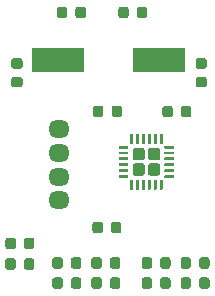
<source format=gtp>
G04 #@! TF.GenerationSoftware,KiCad,Pcbnew,(5.1.2)-1*
G04 #@! TF.CreationDate,2024-07-03T21:07:46+09:00*
G04 #@! TF.ProjectId,IR,49522e6b-6963-4616-945f-706362585858,v1.3*
G04 #@! TF.SameCoordinates,Original*
G04 #@! TF.FileFunction,Paste,Top*
G04 #@! TF.FilePolarity,Positive*
%FSLAX46Y46*%
G04 Gerber Fmt 4.6, Leading zero omitted, Abs format (unit mm)*
G04 Created by KiCad (PCBNEW (5.1.2)-1) date 2024-07-03 21:07:46*
%MOMM*%
%LPD*%
G04 APERTURE LIST*
%ADD10C,0.050000*%
%ADD11C,0.250000*%
%ADD12C,1.050000*%
%ADD13C,0.875000*%
%ADD14O,1.800000X1.524000*%
%ADD15R,4.500000X2.000000*%
G04 APERTURE END LIST*
D10*
G36*
X194853626Y-109375301D02*
G01*
X194859693Y-109376201D01*
X194865643Y-109377691D01*
X194871418Y-109379758D01*
X194876962Y-109382380D01*
X194882223Y-109385533D01*
X194887150Y-109389187D01*
X194891694Y-109393306D01*
X194895813Y-109397850D01*
X194899467Y-109402777D01*
X194902620Y-109408038D01*
X194905242Y-109413582D01*
X194907309Y-109419357D01*
X194908799Y-109425307D01*
X194909699Y-109431374D01*
X194910000Y-109437500D01*
X194910000Y-109562500D01*
X194909699Y-109568626D01*
X194908799Y-109574693D01*
X194907309Y-109580643D01*
X194905242Y-109586418D01*
X194902620Y-109591962D01*
X194899467Y-109597223D01*
X194895813Y-109602150D01*
X194891694Y-109606694D01*
X194887150Y-109610813D01*
X194882223Y-109614467D01*
X194876962Y-109617620D01*
X194871418Y-109620242D01*
X194865643Y-109622309D01*
X194859693Y-109623799D01*
X194853626Y-109624699D01*
X194847500Y-109625000D01*
X194147500Y-109625000D01*
X194141374Y-109624699D01*
X194135307Y-109623799D01*
X194129357Y-109622309D01*
X194123582Y-109620242D01*
X194118038Y-109617620D01*
X194112777Y-109614467D01*
X194107850Y-109610813D01*
X194103306Y-109606694D01*
X194099187Y-109602150D01*
X194095533Y-109597223D01*
X194092380Y-109591962D01*
X194089758Y-109586418D01*
X194087691Y-109580643D01*
X194086201Y-109574693D01*
X194085301Y-109568626D01*
X194085000Y-109562500D01*
X194085000Y-109437500D01*
X194085301Y-109431374D01*
X194086201Y-109425307D01*
X194087691Y-109419357D01*
X194089758Y-109413582D01*
X194092380Y-109408038D01*
X194095533Y-109402777D01*
X194099187Y-109397850D01*
X194103306Y-109393306D01*
X194107850Y-109389187D01*
X194112777Y-109385533D01*
X194118038Y-109382380D01*
X194123582Y-109379758D01*
X194129357Y-109377691D01*
X194135307Y-109376201D01*
X194141374Y-109375301D01*
X194147500Y-109375000D01*
X194847500Y-109375000D01*
X194853626Y-109375301D01*
X194853626Y-109375301D01*
G37*
D11*
X194497500Y-109500000D03*
D10*
G36*
X194853626Y-109875301D02*
G01*
X194859693Y-109876201D01*
X194865643Y-109877691D01*
X194871418Y-109879758D01*
X194876962Y-109882380D01*
X194882223Y-109885533D01*
X194887150Y-109889187D01*
X194891694Y-109893306D01*
X194895813Y-109897850D01*
X194899467Y-109902777D01*
X194902620Y-109908038D01*
X194905242Y-109913582D01*
X194907309Y-109919357D01*
X194908799Y-109925307D01*
X194909699Y-109931374D01*
X194910000Y-109937500D01*
X194910000Y-110062500D01*
X194909699Y-110068626D01*
X194908799Y-110074693D01*
X194907309Y-110080643D01*
X194905242Y-110086418D01*
X194902620Y-110091962D01*
X194899467Y-110097223D01*
X194895813Y-110102150D01*
X194891694Y-110106694D01*
X194887150Y-110110813D01*
X194882223Y-110114467D01*
X194876962Y-110117620D01*
X194871418Y-110120242D01*
X194865643Y-110122309D01*
X194859693Y-110123799D01*
X194853626Y-110124699D01*
X194847500Y-110125000D01*
X194147500Y-110125000D01*
X194141374Y-110124699D01*
X194135307Y-110123799D01*
X194129357Y-110122309D01*
X194123582Y-110120242D01*
X194118038Y-110117620D01*
X194112777Y-110114467D01*
X194107850Y-110110813D01*
X194103306Y-110106694D01*
X194099187Y-110102150D01*
X194095533Y-110097223D01*
X194092380Y-110091962D01*
X194089758Y-110086418D01*
X194087691Y-110080643D01*
X194086201Y-110074693D01*
X194085301Y-110068626D01*
X194085000Y-110062500D01*
X194085000Y-109937500D01*
X194085301Y-109931374D01*
X194086201Y-109925307D01*
X194087691Y-109919357D01*
X194089758Y-109913582D01*
X194092380Y-109908038D01*
X194095533Y-109902777D01*
X194099187Y-109897850D01*
X194103306Y-109893306D01*
X194107850Y-109889187D01*
X194112777Y-109885533D01*
X194118038Y-109882380D01*
X194123582Y-109879758D01*
X194129357Y-109877691D01*
X194135307Y-109876201D01*
X194141374Y-109875301D01*
X194147500Y-109875000D01*
X194847500Y-109875000D01*
X194853626Y-109875301D01*
X194853626Y-109875301D01*
G37*
D11*
X194497500Y-110000000D03*
D10*
G36*
X194853626Y-110375301D02*
G01*
X194859693Y-110376201D01*
X194865643Y-110377691D01*
X194871418Y-110379758D01*
X194876962Y-110382380D01*
X194882223Y-110385533D01*
X194887150Y-110389187D01*
X194891694Y-110393306D01*
X194895813Y-110397850D01*
X194899467Y-110402777D01*
X194902620Y-110408038D01*
X194905242Y-110413582D01*
X194907309Y-110419357D01*
X194908799Y-110425307D01*
X194909699Y-110431374D01*
X194910000Y-110437500D01*
X194910000Y-110562500D01*
X194909699Y-110568626D01*
X194908799Y-110574693D01*
X194907309Y-110580643D01*
X194905242Y-110586418D01*
X194902620Y-110591962D01*
X194899467Y-110597223D01*
X194895813Y-110602150D01*
X194891694Y-110606694D01*
X194887150Y-110610813D01*
X194882223Y-110614467D01*
X194876962Y-110617620D01*
X194871418Y-110620242D01*
X194865643Y-110622309D01*
X194859693Y-110623799D01*
X194853626Y-110624699D01*
X194847500Y-110625000D01*
X194147500Y-110625000D01*
X194141374Y-110624699D01*
X194135307Y-110623799D01*
X194129357Y-110622309D01*
X194123582Y-110620242D01*
X194118038Y-110617620D01*
X194112777Y-110614467D01*
X194107850Y-110610813D01*
X194103306Y-110606694D01*
X194099187Y-110602150D01*
X194095533Y-110597223D01*
X194092380Y-110591962D01*
X194089758Y-110586418D01*
X194087691Y-110580643D01*
X194086201Y-110574693D01*
X194085301Y-110568626D01*
X194085000Y-110562500D01*
X194085000Y-110437500D01*
X194085301Y-110431374D01*
X194086201Y-110425307D01*
X194087691Y-110419357D01*
X194089758Y-110413582D01*
X194092380Y-110408038D01*
X194095533Y-110402777D01*
X194099187Y-110397850D01*
X194103306Y-110393306D01*
X194107850Y-110389187D01*
X194112777Y-110385533D01*
X194118038Y-110382380D01*
X194123582Y-110379758D01*
X194129357Y-110377691D01*
X194135307Y-110376201D01*
X194141374Y-110375301D01*
X194147500Y-110375000D01*
X194847500Y-110375000D01*
X194853626Y-110375301D01*
X194853626Y-110375301D01*
G37*
D11*
X194497500Y-110500000D03*
D10*
G36*
X194853626Y-110875301D02*
G01*
X194859693Y-110876201D01*
X194865643Y-110877691D01*
X194871418Y-110879758D01*
X194876962Y-110882380D01*
X194882223Y-110885533D01*
X194887150Y-110889187D01*
X194891694Y-110893306D01*
X194895813Y-110897850D01*
X194899467Y-110902777D01*
X194902620Y-110908038D01*
X194905242Y-110913582D01*
X194907309Y-110919357D01*
X194908799Y-110925307D01*
X194909699Y-110931374D01*
X194910000Y-110937500D01*
X194910000Y-111062500D01*
X194909699Y-111068626D01*
X194908799Y-111074693D01*
X194907309Y-111080643D01*
X194905242Y-111086418D01*
X194902620Y-111091962D01*
X194899467Y-111097223D01*
X194895813Y-111102150D01*
X194891694Y-111106694D01*
X194887150Y-111110813D01*
X194882223Y-111114467D01*
X194876962Y-111117620D01*
X194871418Y-111120242D01*
X194865643Y-111122309D01*
X194859693Y-111123799D01*
X194853626Y-111124699D01*
X194847500Y-111125000D01*
X194147500Y-111125000D01*
X194141374Y-111124699D01*
X194135307Y-111123799D01*
X194129357Y-111122309D01*
X194123582Y-111120242D01*
X194118038Y-111117620D01*
X194112777Y-111114467D01*
X194107850Y-111110813D01*
X194103306Y-111106694D01*
X194099187Y-111102150D01*
X194095533Y-111097223D01*
X194092380Y-111091962D01*
X194089758Y-111086418D01*
X194087691Y-111080643D01*
X194086201Y-111074693D01*
X194085301Y-111068626D01*
X194085000Y-111062500D01*
X194085000Y-110937500D01*
X194085301Y-110931374D01*
X194086201Y-110925307D01*
X194087691Y-110919357D01*
X194089758Y-110913582D01*
X194092380Y-110908038D01*
X194095533Y-110902777D01*
X194099187Y-110897850D01*
X194103306Y-110893306D01*
X194107850Y-110889187D01*
X194112777Y-110885533D01*
X194118038Y-110882380D01*
X194123582Y-110879758D01*
X194129357Y-110877691D01*
X194135307Y-110876201D01*
X194141374Y-110875301D01*
X194147500Y-110875000D01*
X194847500Y-110875000D01*
X194853626Y-110875301D01*
X194853626Y-110875301D01*
G37*
D11*
X194497500Y-111000000D03*
D10*
G36*
X194853626Y-111375301D02*
G01*
X194859693Y-111376201D01*
X194865643Y-111377691D01*
X194871418Y-111379758D01*
X194876962Y-111382380D01*
X194882223Y-111385533D01*
X194887150Y-111389187D01*
X194891694Y-111393306D01*
X194895813Y-111397850D01*
X194899467Y-111402777D01*
X194902620Y-111408038D01*
X194905242Y-111413582D01*
X194907309Y-111419357D01*
X194908799Y-111425307D01*
X194909699Y-111431374D01*
X194910000Y-111437500D01*
X194910000Y-111562500D01*
X194909699Y-111568626D01*
X194908799Y-111574693D01*
X194907309Y-111580643D01*
X194905242Y-111586418D01*
X194902620Y-111591962D01*
X194899467Y-111597223D01*
X194895813Y-111602150D01*
X194891694Y-111606694D01*
X194887150Y-111610813D01*
X194882223Y-111614467D01*
X194876962Y-111617620D01*
X194871418Y-111620242D01*
X194865643Y-111622309D01*
X194859693Y-111623799D01*
X194853626Y-111624699D01*
X194847500Y-111625000D01*
X194147500Y-111625000D01*
X194141374Y-111624699D01*
X194135307Y-111623799D01*
X194129357Y-111622309D01*
X194123582Y-111620242D01*
X194118038Y-111617620D01*
X194112777Y-111614467D01*
X194107850Y-111610813D01*
X194103306Y-111606694D01*
X194099187Y-111602150D01*
X194095533Y-111597223D01*
X194092380Y-111591962D01*
X194089758Y-111586418D01*
X194087691Y-111580643D01*
X194086201Y-111574693D01*
X194085301Y-111568626D01*
X194085000Y-111562500D01*
X194085000Y-111437500D01*
X194085301Y-111431374D01*
X194086201Y-111425307D01*
X194087691Y-111419357D01*
X194089758Y-111413582D01*
X194092380Y-111408038D01*
X194095533Y-111402777D01*
X194099187Y-111397850D01*
X194103306Y-111393306D01*
X194107850Y-111389187D01*
X194112777Y-111385533D01*
X194118038Y-111382380D01*
X194123582Y-111379758D01*
X194129357Y-111377691D01*
X194135307Y-111376201D01*
X194141374Y-111375301D01*
X194147500Y-111375000D01*
X194847500Y-111375000D01*
X194853626Y-111375301D01*
X194853626Y-111375301D01*
G37*
D11*
X194497500Y-111500000D03*
D10*
G36*
X194853626Y-111875301D02*
G01*
X194859693Y-111876201D01*
X194865643Y-111877691D01*
X194871418Y-111879758D01*
X194876962Y-111882380D01*
X194882223Y-111885533D01*
X194887150Y-111889187D01*
X194891694Y-111893306D01*
X194895813Y-111897850D01*
X194899467Y-111902777D01*
X194902620Y-111908038D01*
X194905242Y-111913582D01*
X194907309Y-111919357D01*
X194908799Y-111925307D01*
X194909699Y-111931374D01*
X194910000Y-111937500D01*
X194910000Y-112062500D01*
X194909699Y-112068626D01*
X194908799Y-112074693D01*
X194907309Y-112080643D01*
X194905242Y-112086418D01*
X194902620Y-112091962D01*
X194899467Y-112097223D01*
X194895813Y-112102150D01*
X194891694Y-112106694D01*
X194887150Y-112110813D01*
X194882223Y-112114467D01*
X194876962Y-112117620D01*
X194871418Y-112120242D01*
X194865643Y-112122309D01*
X194859693Y-112123799D01*
X194853626Y-112124699D01*
X194847500Y-112125000D01*
X194147500Y-112125000D01*
X194141374Y-112124699D01*
X194135307Y-112123799D01*
X194129357Y-112122309D01*
X194123582Y-112120242D01*
X194118038Y-112117620D01*
X194112777Y-112114467D01*
X194107850Y-112110813D01*
X194103306Y-112106694D01*
X194099187Y-112102150D01*
X194095533Y-112097223D01*
X194092380Y-112091962D01*
X194089758Y-112086418D01*
X194087691Y-112080643D01*
X194086201Y-112074693D01*
X194085301Y-112068626D01*
X194085000Y-112062500D01*
X194085000Y-111937500D01*
X194085301Y-111931374D01*
X194086201Y-111925307D01*
X194087691Y-111919357D01*
X194089758Y-111913582D01*
X194092380Y-111908038D01*
X194095533Y-111902777D01*
X194099187Y-111897850D01*
X194103306Y-111893306D01*
X194107850Y-111889187D01*
X194112777Y-111885533D01*
X194118038Y-111882380D01*
X194123582Y-111879758D01*
X194129357Y-111877691D01*
X194135307Y-111876201D01*
X194141374Y-111875301D01*
X194147500Y-111875000D01*
X194847500Y-111875000D01*
X194853626Y-111875301D01*
X194853626Y-111875301D01*
G37*
D11*
X194497500Y-112000000D03*
D10*
G36*
X193878626Y-112275301D02*
G01*
X193884693Y-112276201D01*
X193890643Y-112277691D01*
X193896418Y-112279758D01*
X193901962Y-112282380D01*
X193907223Y-112285533D01*
X193912150Y-112289187D01*
X193916694Y-112293306D01*
X193920813Y-112297850D01*
X193924467Y-112302777D01*
X193927620Y-112308038D01*
X193930242Y-112313582D01*
X193932309Y-112319357D01*
X193933799Y-112325307D01*
X193934699Y-112331374D01*
X193935000Y-112337500D01*
X193935000Y-113037500D01*
X193934699Y-113043626D01*
X193933799Y-113049693D01*
X193932309Y-113055643D01*
X193930242Y-113061418D01*
X193927620Y-113066962D01*
X193924467Y-113072223D01*
X193920813Y-113077150D01*
X193916694Y-113081694D01*
X193912150Y-113085813D01*
X193907223Y-113089467D01*
X193901962Y-113092620D01*
X193896418Y-113095242D01*
X193890643Y-113097309D01*
X193884693Y-113098799D01*
X193878626Y-113099699D01*
X193872500Y-113100000D01*
X193747500Y-113100000D01*
X193741374Y-113099699D01*
X193735307Y-113098799D01*
X193729357Y-113097309D01*
X193723582Y-113095242D01*
X193718038Y-113092620D01*
X193712777Y-113089467D01*
X193707850Y-113085813D01*
X193703306Y-113081694D01*
X193699187Y-113077150D01*
X193695533Y-113072223D01*
X193692380Y-113066962D01*
X193689758Y-113061418D01*
X193687691Y-113055643D01*
X193686201Y-113049693D01*
X193685301Y-113043626D01*
X193685000Y-113037500D01*
X193685000Y-112337500D01*
X193685301Y-112331374D01*
X193686201Y-112325307D01*
X193687691Y-112319357D01*
X193689758Y-112313582D01*
X193692380Y-112308038D01*
X193695533Y-112302777D01*
X193699187Y-112297850D01*
X193703306Y-112293306D01*
X193707850Y-112289187D01*
X193712777Y-112285533D01*
X193718038Y-112282380D01*
X193723582Y-112279758D01*
X193729357Y-112277691D01*
X193735307Y-112276201D01*
X193741374Y-112275301D01*
X193747500Y-112275000D01*
X193872500Y-112275000D01*
X193878626Y-112275301D01*
X193878626Y-112275301D01*
G37*
D11*
X193810000Y-112687500D03*
D10*
G36*
X193378626Y-112275301D02*
G01*
X193384693Y-112276201D01*
X193390643Y-112277691D01*
X193396418Y-112279758D01*
X193401962Y-112282380D01*
X193407223Y-112285533D01*
X193412150Y-112289187D01*
X193416694Y-112293306D01*
X193420813Y-112297850D01*
X193424467Y-112302777D01*
X193427620Y-112308038D01*
X193430242Y-112313582D01*
X193432309Y-112319357D01*
X193433799Y-112325307D01*
X193434699Y-112331374D01*
X193435000Y-112337500D01*
X193435000Y-113037500D01*
X193434699Y-113043626D01*
X193433799Y-113049693D01*
X193432309Y-113055643D01*
X193430242Y-113061418D01*
X193427620Y-113066962D01*
X193424467Y-113072223D01*
X193420813Y-113077150D01*
X193416694Y-113081694D01*
X193412150Y-113085813D01*
X193407223Y-113089467D01*
X193401962Y-113092620D01*
X193396418Y-113095242D01*
X193390643Y-113097309D01*
X193384693Y-113098799D01*
X193378626Y-113099699D01*
X193372500Y-113100000D01*
X193247500Y-113100000D01*
X193241374Y-113099699D01*
X193235307Y-113098799D01*
X193229357Y-113097309D01*
X193223582Y-113095242D01*
X193218038Y-113092620D01*
X193212777Y-113089467D01*
X193207850Y-113085813D01*
X193203306Y-113081694D01*
X193199187Y-113077150D01*
X193195533Y-113072223D01*
X193192380Y-113066962D01*
X193189758Y-113061418D01*
X193187691Y-113055643D01*
X193186201Y-113049693D01*
X193185301Y-113043626D01*
X193185000Y-113037500D01*
X193185000Y-112337500D01*
X193185301Y-112331374D01*
X193186201Y-112325307D01*
X193187691Y-112319357D01*
X193189758Y-112313582D01*
X193192380Y-112308038D01*
X193195533Y-112302777D01*
X193199187Y-112297850D01*
X193203306Y-112293306D01*
X193207850Y-112289187D01*
X193212777Y-112285533D01*
X193218038Y-112282380D01*
X193223582Y-112279758D01*
X193229357Y-112277691D01*
X193235307Y-112276201D01*
X193241374Y-112275301D01*
X193247500Y-112275000D01*
X193372500Y-112275000D01*
X193378626Y-112275301D01*
X193378626Y-112275301D01*
G37*
D11*
X193310000Y-112687500D03*
D10*
G36*
X192878626Y-112275301D02*
G01*
X192884693Y-112276201D01*
X192890643Y-112277691D01*
X192896418Y-112279758D01*
X192901962Y-112282380D01*
X192907223Y-112285533D01*
X192912150Y-112289187D01*
X192916694Y-112293306D01*
X192920813Y-112297850D01*
X192924467Y-112302777D01*
X192927620Y-112308038D01*
X192930242Y-112313582D01*
X192932309Y-112319357D01*
X192933799Y-112325307D01*
X192934699Y-112331374D01*
X192935000Y-112337500D01*
X192935000Y-113037500D01*
X192934699Y-113043626D01*
X192933799Y-113049693D01*
X192932309Y-113055643D01*
X192930242Y-113061418D01*
X192927620Y-113066962D01*
X192924467Y-113072223D01*
X192920813Y-113077150D01*
X192916694Y-113081694D01*
X192912150Y-113085813D01*
X192907223Y-113089467D01*
X192901962Y-113092620D01*
X192896418Y-113095242D01*
X192890643Y-113097309D01*
X192884693Y-113098799D01*
X192878626Y-113099699D01*
X192872500Y-113100000D01*
X192747500Y-113100000D01*
X192741374Y-113099699D01*
X192735307Y-113098799D01*
X192729357Y-113097309D01*
X192723582Y-113095242D01*
X192718038Y-113092620D01*
X192712777Y-113089467D01*
X192707850Y-113085813D01*
X192703306Y-113081694D01*
X192699187Y-113077150D01*
X192695533Y-113072223D01*
X192692380Y-113066962D01*
X192689758Y-113061418D01*
X192687691Y-113055643D01*
X192686201Y-113049693D01*
X192685301Y-113043626D01*
X192685000Y-113037500D01*
X192685000Y-112337500D01*
X192685301Y-112331374D01*
X192686201Y-112325307D01*
X192687691Y-112319357D01*
X192689758Y-112313582D01*
X192692380Y-112308038D01*
X192695533Y-112302777D01*
X192699187Y-112297850D01*
X192703306Y-112293306D01*
X192707850Y-112289187D01*
X192712777Y-112285533D01*
X192718038Y-112282380D01*
X192723582Y-112279758D01*
X192729357Y-112277691D01*
X192735307Y-112276201D01*
X192741374Y-112275301D01*
X192747500Y-112275000D01*
X192872500Y-112275000D01*
X192878626Y-112275301D01*
X192878626Y-112275301D01*
G37*
D11*
X192810000Y-112687500D03*
D10*
G36*
X192378626Y-112275301D02*
G01*
X192384693Y-112276201D01*
X192390643Y-112277691D01*
X192396418Y-112279758D01*
X192401962Y-112282380D01*
X192407223Y-112285533D01*
X192412150Y-112289187D01*
X192416694Y-112293306D01*
X192420813Y-112297850D01*
X192424467Y-112302777D01*
X192427620Y-112308038D01*
X192430242Y-112313582D01*
X192432309Y-112319357D01*
X192433799Y-112325307D01*
X192434699Y-112331374D01*
X192435000Y-112337500D01*
X192435000Y-113037500D01*
X192434699Y-113043626D01*
X192433799Y-113049693D01*
X192432309Y-113055643D01*
X192430242Y-113061418D01*
X192427620Y-113066962D01*
X192424467Y-113072223D01*
X192420813Y-113077150D01*
X192416694Y-113081694D01*
X192412150Y-113085813D01*
X192407223Y-113089467D01*
X192401962Y-113092620D01*
X192396418Y-113095242D01*
X192390643Y-113097309D01*
X192384693Y-113098799D01*
X192378626Y-113099699D01*
X192372500Y-113100000D01*
X192247500Y-113100000D01*
X192241374Y-113099699D01*
X192235307Y-113098799D01*
X192229357Y-113097309D01*
X192223582Y-113095242D01*
X192218038Y-113092620D01*
X192212777Y-113089467D01*
X192207850Y-113085813D01*
X192203306Y-113081694D01*
X192199187Y-113077150D01*
X192195533Y-113072223D01*
X192192380Y-113066962D01*
X192189758Y-113061418D01*
X192187691Y-113055643D01*
X192186201Y-113049693D01*
X192185301Y-113043626D01*
X192185000Y-113037500D01*
X192185000Y-112337500D01*
X192185301Y-112331374D01*
X192186201Y-112325307D01*
X192187691Y-112319357D01*
X192189758Y-112313582D01*
X192192380Y-112308038D01*
X192195533Y-112302777D01*
X192199187Y-112297850D01*
X192203306Y-112293306D01*
X192207850Y-112289187D01*
X192212777Y-112285533D01*
X192218038Y-112282380D01*
X192223582Y-112279758D01*
X192229357Y-112277691D01*
X192235307Y-112276201D01*
X192241374Y-112275301D01*
X192247500Y-112275000D01*
X192372500Y-112275000D01*
X192378626Y-112275301D01*
X192378626Y-112275301D01*
G37*
D11*
X192310000Y-112687500D03*
D10*
G36*
X191878626Y-112275301D02*
G01*
X191884693Y-112276201D01*
X191890643Y-112277691D01*
X191896418Y-112279758D01*
X191901962Y-112282380D01*
X191907223Y-112285533D01*
X191912150Y-112289187D01*
X191916694Y-112293306D01*
X191920813Y-112297850D01*
X191924467Y-112302777D01*
X191927620Y-112308038D01*
X191930242Y-112313582D01*
X191932309Y-112319357D01*
X191933799Y-112325307D01*
X191934699Y-112331374D01*
X191935000Y-112337500D01*
X191935000Y-113037500D01*
X191934699Y-113043626D01*
X191933799Y-113049693D01*
X191932309Y-113055643D01*
X191930242Y-113061418D01*
X191927620Y-113066962D01*
X191924467Y-113072223D01*
X191920813Y-113077150D01*
X191916694Y-113081694D01*
X191912150Y-113085813D01*
X191907223Y-113089467D01*
X191901962Y-113092620D01*
X191896418Y-113095242D01*
X191890643Y-113097309D01*
X191884693Y-113098799D01*
X191878626Y-113099699D01*
X191872500Y-113100000D01*
X191747500Y-113100000D01*
X191741374Y-113099699D01*
X191735307Y-113098799D01*
X191729357Y-113097309D01*
X191723582Y-113095242D01*
X191718038Y-113092620D01*
X191712777Y-113089467D01*
X191707850Y-113085813D01*
X191703306Y-113081694D01*
X191699187Y-113077150D01*
X191695533Y-113072223D01*
X191692380Y-113066962D01*
X191689758Y-113061418D01*
X191687691Y-113055643D01*
X191686201Y-113049693D01*
X191685301Y-113043626D01*
X191685000Y-113037500D01*
X191685000Y-112337500D01*
X191685301Y-112331374D01*
X191686201Y-112325307D01*
X191687691Y-112319357D01*
X191689758Y-112313582D01*
X191692380Y-112308038D01*
X191695533Y-112302777D01*
X191699187Y-112297850D01*
X191703306Y-112293306D01*
X191707850Y-112289187D01*
X191712777Y-112285533D01*
X191718038Y-112282380D01*
X191723582Y-112279758D01*
X191729357Y-112277691D01*
X191735307Y-112276201D01*
X191741374Y-112275301D01*
X191747500Y-112275000D01*
X191872500Y-112275000D01*
X191878626Y-112275301D01*
X191878626Y-112275301D01*
G37*
D11*
X191810000Y-112687500D03*
D10*
G36*
X191378626Y-112275301D02*
G01*
X191384693Y-112276201D01*
X191390643Y-112277691D01*
X191396418Y-112279758D01*
X191401962Y-112282380D01*
X191407223Y-112285533D01*
X191412150Y-112289187D01*
X191416694Y-112293306D01*
X191420813Y-112297850D01*
X191424467Y-112302777D01*
X191427620Y-112308038D01*
X191430242Y-112313582D01*
X191432309Y-112319357D01*
X191433799Y-112325307D01*
X191434699Y-112331374D01*
X191435000Y-112337500D01*
X191435000Y-113037500D01*
X191434699Y-113043626D01*
X191433799Y-113049693D01*
X191432309Y-113055643D01*
X191430242Y-113061418D01*
X191427620Y-113066962D01*
X191424467Y-113072223D01*
X191420813Y-113077150D01*
X191416694Y-113081694D01*
X191412150Y-113085813D01*
X191407223Y-113089467D01*
X191401962Y-113092620D01*
X191396418Y-113095242D01*
X191390643Y-113097309D01*
X191384693Y-113098799D01*
X191378626Y-113099699D01*
X191372500Y-113100000D01*
X191247500Y-113100000D01*
X191241374Y-113099699D01*
X191235307Y-113098799D01*
X191229357Y-113097309D01*
X191223582Y-113095242D01*
X191218038Y-113092620D01*
X191212777Y-113089467D01*
X191207850Y-113085813D01*
X191203306Y-113081694D01*
X191199187Y-113077150D01*
X191195533Y-113072223D01*
X191192380Y-113066962D01*
X191189758Y-113061418D01*
X191187691Y-113055643D01*
X191186201Y-113049693D01*
X191185301Y-113043626D01*
X191185000Y-113037500D01*
X191185000Y-112337500D01*
X191185301Y-112331374D01*
X191186201Y-112325307D01*
X191187691Y-112319357D01*
X191189758Y-112313582D01*
X191192380Y-112308038D01*
X191195533Y-112302777D01*
X191199187Y-112297850D01*
X191203306Y-112293306D01*
X191207850Y-112289187D01*
X191212777Y-112285533D01*
X191218038Y-112282380D01*
X191223582Y-112279758D01*
X191229357Y-112277691D01*
X191235307Y-112276201D01*
X191241374Y-112275301D01*
X191247500Y-112275000D01*
X191372500Y-112275000D01*
X191378626Y-112275301D01*
X191378626Y-112275301D01*
G37*
D11*
X191310000Y-112687500D03*
D10*
G36*
X190978626Y-111875301D02*
G01*
X190984693Y-111876201D01*
X190990643Y-111877691D01*
X190996418Y-111879758D01*
X191001962Y-111882380D01*
X191007223Y-111885533D01*
X191012150Y-111889187D01*
X191016694Y-111893306D01*
X191020813Y-111897850D01*
X191024467Y-111902777D01*
X191027620Y-111908038D01*
X191030242Y-111913582D01*
X191032309Y-111919357D01*
X191033799Y-111925307D01*
X191034699Y-111931374D01*
X191035000Y-111937500D01*
X191035000Y-112062500D01*
X191034699Y-112068626D01*
X191033799Y-112074693D01*
X191032309Y-112080643D01*
X191030242Y-112086418D01*
X191027620Y-112091962D01*
X191024467Y-112097223D01*
X191020813Y-112102150D01*
X191016694Y-112106694D01*
X191012150Y-112110813D01*
X191007223Y-112114467D01*
X191001962Y-112117620D01*
X190996418Y-112120242D01*
X190990643Y-112122309D01*
X190984693Y-112123799D01*
X190978626Y-112124699D01*
X190972500Y-112125000D01*
X190272500Y-112125000D01*
X190266374Y-112124699D01*
X190260307Y-112123799D01*
X190254357Y-112122309D01*
X190248582Y-112120242D01*
X190243038Y-112117620D01*
X190237777Y-112114467D01*
X190232850Y-112110813D01*
X190228306Y-112106694D01*
X190224187Y-112102150D01*
X190220533Y-112097223D01*
X190217380Y-112091962D01*
X190214758Y-112086418D01*
X190212691Y-112080643D01*
X190211201Y-112074693D01*
X190210301Y-112068626D01*
X190210000Y-112062500D01*
X190210000Y-111937500D01*
X190210301Y-111931374D01*
X190211201Y-111925307D01*
X190212691Y-111919357D01*
X190214758Y-111913582D01*
X190217380Y-111908038D01*
X190220533Y-111902777D01*
X190224187Y-111897850D01*
X190228306Y-111893306D01*
X190232850Y-111889187D01*
X190237777Y-111885533D01*
X190243038Y-111882380D01*
X190248582Y-111879758D01*
X190254357Y-111877691D01*
X190260307Y-111876201D01*
X190266374Y-111875301D01*
X190272500Y-111875000D01*
X190972500Y-111875000D01*
X190978626Y-111875301D01*
X190978626Y-111875301D01*
G37*
D11*
X190622500Y-112000000D03*
D10*
G36*
X190978626Y-111375301D02*
G01*
X190984693Y-111376201D01*
X190990643Y-111377691D01*
X190996418Y-111379758D01*
X191001962Y-111382380D01*
X191007223Y-111385533D01*
X191012150Y-111389187D01*
X191016694Y-111393306D01*
X191020813Y-111397850D01*
X191024467Y-111402777D01*
X191027620Y-111408038D01*
X191030242Y-111413582D01*
X191032309Y-111419357D01*
X191033799Y-111425307D01*
X191034699Y-111431374D01*
X191035000Y-111437500D01*
X191035000Y-111562500D01*
X191034699Y-111568626D01*
X191033799Y-111574693D01*
X191032309Y-111580643D01*
X191030242Y-111586418D01*
X191027620Y-111591962D01*
X191024467Y-111597223D01*
X191020813Y-111602150D01*
X191016694Y-111606694D01*
X191012150Y-111610813D01*
X191007223Y-111614467D01*
X191001962Y-111617620D01*
X190996418Y-111620242D01*
X190990643Y-111622309D01*
X190984693Y-111623799D01*
X190978626Y-111624699D01*
X190972500Y-111625000D01*
X190272500Y-111625000D01*
X190266374Y-111624699D01*
X190260307Y-111623799D01*
X190254357Y-111622309D01*
X190248582Y-111620242D01*
X190243038Y-111617620D01*
X190237777Y-111614467D01*
X190232850Y-111610813D01*
X190228306Y-111606694D01*
X190224187Y-111602150D01*
X190220533Y-111597223D01*
X190217380Y-111591962D01*
X190214758Y-111586418D01*
X190212691Y-111580643D01*
X190211201Y-111574693D01*
X190210301Y-111568626D01*
X190210000Y-111562500D01*
X190210000Y-111437500D01*
X190210301Y-111431374D01*
X190211201Y-111425307D01*
X190212691Y-111419357D01*
X190214758Y-111413582D01*
X190217380Y-111408038D01*
X190220533Y-111402777D01*
X190224187Y-111397850D01*
X190228306Y-111393306D01*
X190232850Y-111389187D01*
X190237777Y-111385533D01*
X190243038Y-111382380D01*
X190248582Y-111379758D01*
X190254357Y-111377691D01*
X190260307Y-111376201D01*
X190266374Y-111375301D01*
X190272500Y-111375000D01*
X190972500Y-111375000D01*
X190978626Y-111375301D01*
X190978626Y-111375301D01*
G37*
D11*
X190622500Y-111500000D03*
D10*
G36*
X190978626Y-110875301D02*
G01*
X190984693Y-110876201D01*
X190990643Y-110877691D01*
X190996418Y-110879758D01*
X191001962Y-110882380D01*
X191007223Y-110885533D01*
X191012150Y-110889187D01*
X191016694Y-110893306D01*
X191020813Y-110897850D01*
X191024467Y-110902777D01*
X191027620Y-110908038D01*
X191030242Y-110913582D01*
X191032309Y-110919357D01*
X191033799Y-110925307D01*
X191034699Y-110931374D01*
X191035000Y-110937500D01*
X191035000Y-111062500D01*
X191034699Y-111068626D01*
X191033799Y-111074693D01*
X191032309Y-111080643D01*
X191030242Y-111086418D01*
X191027620Y-111091962D01*
X191024467Y-111097223D01*
X191020813Y-111102150D01*
X191016694Y-111106694D01*
X191012150Y-111110813D01*
X191007223Y-111114467D01*
X191001962Y-111117620D01*
X190996418Y-111120242D01*
X190990643Y-111122309D01*
X190984693Y-111123799D01*
X190978626Y-111124699D01*
X190972500Y-111125000D01*
X190272500Y-111125000D01*
X190266374Y-111124699D01*
X190260307Y-111123799D01*
X190254357Y-111122309D01*
X190248582Y-111120242D01*
X190243038Y-111117620D01*
X190237777Y-111114467D01*
X190232850Y-111110813D01*
X190228306Y-111106694D01*
X190224187Y-111102150D01*
X190220533Y-111097223D01*
X190217380Y-111091962D01*
X190214758Y-111086418D01*
X190212691Y-111080643D01*
X190211201Y-111074693D01*
X190210301Y-111068626D01*
X190210000Y-111062500D01*
X190210000Y-110937500D01*
X190210301Y-110931374D01*
X190211201Y-110925307D01*
X190212691Y-110919357D01*
X190214758Y-110913582D01*
X190217380Y-110908038D01*
X190220533Y-110902777D01*
X190224187Y-110897850D01*
X190228306Y-110893306D01*
X190232850Y-110889187D01*
X190237777Y-110885533D01*
X190243038Y-110882380D01*
X190248582Y-110879758D01*
X190254357Y-110877691D01*
X190260307Y-110876201D01*
X190266374Y-110875301D01*
X190272500Y-110875000D01*
X190972500Y-110875000D01*
X190978626Y-110875301D01*
X190978626Y-110875301D01*
G37*
D11*
X190622500Y-111000000D03*
D10*
G36*
X190978626Y-110375301D02*
G01*
X190984693Y-110376201D01*
X190990643Y-110377691D01*
X190996418Y-110379758D01*
X191001962Y-110382380D01*
X191007223Y-110385533D01*
X191012150Y-110389187D01*
X191016694Y-110393306D01*
X191020813Y-110397850D01*
X191024467Y-110402777D01*
X191027620Y-110408038D01*
X191030242Y-110413582D01*
X191032309Y-110419357D01*
X191033799Y-110425307D01*
X191034699Y-110431374D01*
X191035000Y-110437500D01*
X191035000Y-110562500D01*
X191034699Y-110568626D01*
X191033799Y-110574693D01*
X191032309Y-110580643D01*
X191030242Y-110586418D01*
X191027620Y-110591962D01*
X191024467Y-110597223D01*
X191020813Y-110602150D01*
X191016694Y-110606694D01*
X191012150Y-110610813D01*
X191007223Y-110614467D01*
X191001962Y-110617620D01*
X190996418Y-110620242D01*
X190990643Y-110622309D01*
X190984693Y-110623799D01*
X190978626Y-110624699D01*
X190972500Y-110625000D01*
X190272500Y-110625000D01*
X190266374Y-110624699D01*
X190260307Y-110623799D01*
X190254357Y-110622309D01*
X190248582Y-110620242D01*
X190243038Y-110617620D01*
X190237777Y-110614467D01*
X190232850Y-110610813D01*
X190228306Y-110606694D01*
X190224187Y-110602150D01*
X190220533Y-110597223D01*
X190217380Y-110591962D01*
X190214758Y-110586418D01*
X190212691Y-110580643D01*
X190211201Y-110574693D01*
X190210301Y-110568626D01*
X190210000Y-110562500D01*
X190210000Y-110437500D01*
X190210301Y-110431374D01*
X190211201Y-110425307D01*
X190212691Y-110419357D01*
X190214758Y-110413582D01*
X190217380Y-110408038D01*
X190220533Y-110402777D01*
X190224187Y-110397850D01*
X190228306Y-110393306D01*
X190232850Y-110389187D01*
X190237777Y-110385533D01*
X190243038Y-110382380D01*
X190248582Y-110379758D01*
X190254357Y-110377691D01*
X190260307Y-110376201D01*
X190266374Y-110375301D01*
X190272500Y-110375000D01*
X190972500Y-110375000D01*
X190978626Y-110375301D01*
X190978626Y-110375301D01*
G37*
D11*
X190622500Y-110500000D03*
D10*
G36*
X190978626Y-109875301D02*
G01*
X190984693Y-109876201D01*
X190990643Y-109877691D01*
X190996418Y-109879758D01*
X191001962Y-109882380D01*
X191007223Y-109885533D01*
X191012150Y-109889187D01*
X191016694Y-109893306D01*
X191020813Y-109897850D01*
X191024467Y-109902777D01*
X191027620Y-109908038D01*
X191030242Y-109913582D01*
X191032309Y-109919357D01*
X191033799Y-109925307D01*
X191034699Y-109931374D01*
X191035000Y-109937500D01*
X191035000Y-110062500D01*
X191034699Y-110068626D01*
X191033799Y-110074693D01*
X191032309Y-110080643D01*
X191030242Y-110086418D01*
X191027620Y-110091962D01*
X191024467Y-110097223D01*
X191020813Y-110102150D01*
X191016694Y-110106694D01*
X191012150Y-110110813D01*
X191007223Y-110114467D01*
X191001962Y-110117620D01*
X190996418Y-110120242D01*
X190990643Y-110122309D01*
X190984693Y-110123799D01*
X190978626Y-110124699D01*
X190972500Y-110125000D01*
X190272500Y-110125000D01*
X190266374Y-110124699D01*
X190260307Y-110123799D01*
X190254357Y-110122309D01*
X190248582Y-110120242D01*
X190243038Y-110117620D01*
X190237777Y-110114467D01*
X190232850Y-110110813D01*
X190228306Y-110106694D01*
X190224187Y-110102150D01*
X190220533Y-110097223D01*
X190217380Y-110091962D01*
X190214758Y-110086418D01*
X190212691Y-110080643D01*
X190211201Y-110074693D01*
X190210301Y-110068626D01*
X190210000Y-110062500D01*
X190210000Y-109937500D01*
X190210301Y-109931374D01*
X190211201Y-109925307D01*
X190212691Y-109919357D01*
X190214758Y-109913582D01*
X190217380Y-109908038D01*
X190220533Y-109902777D01*
X190224187Y-109897850D01*
X190228306Y-109893306D01*
X190232850Y-109889187D01*
X190237777Y-109885533D01*
X190243038Y-109882380D01*
X190248582Y-109879758D01*
X190254357Y-109877691D01*
X190260307Y-109876201D01*
X190266374Y-109875301D01*
X190272500Y-109875000D01*
X190972500Y-109875000D01*
X190978626Y-109875301D01*
X190978626Y-109875301D01*
G37*
D11*
X190622500Y-110000000D03*
D10*
G36*
X190978626Y-109375301D02*
G01*
X190984693Y-109376201D01*
X190990643Y-109377691D01*
X190996418Y-109379758D01*
X191001962Y-109382380D01*
X191007223Y-109385533D01*
X191012150Y-109389187D01*
X191016694Y-109393306D01*
X191020813Y-109397850D01*
X191024467Y-109402777D01*
X191027620Y-109408038D01*
X191030242Y-109413582D01*
X191032309Y-109419357D01*
X191033799Y-109425307D01*
X191034699Y-109431374D01*
X191035000Y-109437500D01*
X191035000Y-109562500D01*
X191034699Y-109568626D01*
X191033799Y-109574693D01*
X191032309Y-109580643D01*
X191030242Y-109586418D01*
X191027620Y-109591962D01*
X191024467Y-109597223D01*
X191020813Y-109602150D01*
X191016694Y-109606694D01*
X191012150Y-109610813D01*
X191007223Y-109614467D01*
X191001962Y-109617620D01*
X190996418Y-109620242D01*
X190990643Y-109622309D01*
X190984693Y-109623799D01*
X190978626Y-109624699D01*
X190972500Y-109625000D01*
X190272500Y-109625000D01*
X190266374Y-109624699D01*
X190260307Y-109623799D01*
X190254357Y-109622309D01*
X190248582Y-109620242D01*
X190243038Y-109617620D01*
X190237777Y-109614467D01*
X190232850Y-109610813D01*
X190228306Y-109606694D01*
X190224187Y-109602150D01*
X190220533Y-109597223D01*
X190217380Y-109591962D01*
X190214758Y-109586418D01*
X190212691Y-109580643D01*
X190211201Y-109574693D01*
X190210301Y-109568626D01*
X190210000Y-109562500D01*
X190210000Y-109437500D01*
X190210301Y-109431374D01*
X190211201Y-109425307D01*
X190212691Y-109419357D01*
X190214758Y-109413582D01*
X190217380Y-109408038D01*
X190220533Y-109402777D01*
X190224187Y-109397850D01*
X190228306Y-109393306D01*
X190232850Y-109389187D01*
X190237777Y-109385533D01*
X190243038Y-109382380D01*
X190248582Y-109379758D01*
X190254357Y-109377691D01*
X190260307Y-109376201D01*
X190266374Y-109375301D01*
X190272500Y-109375000D01*
X190972500Y-109375000D01*
X190978626Y-109375301D01*
X190978626Y-109375301D01*
G37*
D11*
X190622500Y-109500000D03*
D10*
G36*
X191378626Y-108400301D02*
G01*
X191384693Y-108401201D01*
X191390643Y-108402691D01*
X191396418Y-108404758D01*
X191401962Y-108407380D01*
X191407223Y-108410533D01*
X191412150Y-108414187D01*
X191416694Y-108418306D01*
X191420813Y-108422850D01*
X191424467Y-108427777D01*
X191427620Y-108433038D01*
X191430242Y-108438582D01*
X191432309Y-108444357D01*
X191433799Y-108450307D01*
X191434699Y-108456374D01*
X191435000Y-108462500D01*
X191435000Y-109162500D01*
X191434699Y-109168626D01*
X191433799Y-109174693D01*
X191432309Y-109180643D01*
X191430242Y-109186418D01*
X191427620Y-109191962D01*
X191424467Y-109197223D01*
X191420813Y-109202150D01*
X191416694Y-109206694D01*
X191412150Y-109210813D01*
X191407223Y-109214467D01*
X191401962Y-109217620D01*
X191396418Y-109220242D01*
X191390643Y-109222309D01*
X191384693Y-109223799D01*
X191378626Y-109224699D01*
X191372500Y-109225000D01*
X191247500Y-109225000D01*
X191241374Y-109224699D01*
X191235307Y-109223799D01*
X191229357Y-109222309D01*
X191223582Y-109220242D01*
X191218038Y-109217620D01*
X191212777Y-109214467D01*
X191207850Y-109210813D01*
X191203306Y-109206694D01*
X191199187Y-109202150D01*
X191195533Y-109197223D01*
X191192380Y-109191962D01*
X191189758Y-109186418D01*
X191187691Y-109180643D01*
X191186201Y-109174693D01*
X191185301Y-109168626D01*
X191185000Y-109162500D01*
X191185000Y-108462500D01*
X191185301Y-108456374D01*
X191186201Y-108450307D01*
X191187691Y-108444357D01*
X191189758Y-108438582D01*
X191192380Y-108433038D01*
X191195533Y-108427777D01*
X191199187Y-108422850D01*
X191203306Y-108418306D01*
X191207850Y-108414187D01*
X191212777Y-108410533D01*
X191218038Y-108407380D01*
X191223582Y-108404758D01*
X191229357Y-108402691D01*
X191235307Y-108401201D01*
X191241374Y-108400301D01*
X191247500Y-108400000D01*
X191372500Y-108400000D01*
X191378626Y-108400301D01*
X191378626Y-108400301D01*
G37*
D11*
X191310000Y-108812500D03*
D10*
G36*
X191878626Y-108400301D02*
G01*
X191884693Y-108401201D01*
X191890643Y-108402691D01*
X191896418Y-108404758D01*
X191901962Y-108407380D01*
X191907223Y-108410533D01*
X191912150Y-108414187D01*
X191916694Y-108418306D01*
X191920813Y-108422850D01*
X191924467Y-108427777D01*
X191927620Y-108433038D01*
X191930242Y-108438582D01*
X191932309Y-108444357D01*
X191933799Y-108450307D01*
X191934699Y-108456374D01*
X191935000Y-108462500D01*
X191935000Y-109162500D01*
X191934699Y-109168626D01*
X191933799Y-109174693D01*
X191932309Y-109180643D01*
X191930242Y-109186418D01*
X191927620Y-109191962D01*
X191924467Y-109197223D01*
X191920813Y-109202150D01*
X191916694Y-109206694D01*
X191912150Y-109210813D01*
X191907223Y-109214467D01*
X191901962Y-109217620D01*
X191896418Y-109220242D01*
X191890643Y-109222309D01*
X191884693Y-109223799D01*
X191878626Y-109224699D01*
X191872500Y-109225000D01*
X191747500Y-109225000D01*
X191741374Y-109224699D01*
X191735307Y-109223799D01*
X191729357Y-109222309D01*
X191723582Y-109220242D01*
X191718038Y-109217620D01*
X191712777Y-109214467D01*
X191707850Y-109210813D01*
X191703306Y-109206694D01*
X191699187Y-109202150D01*
X191695533Y-109197223D01*
X191692380Y-109191962D01*
X191689758Y-109186418D01*
X191687691Y-109180643D01*
X191686201Y-109174693D01*
X191685301Y-109168626D01*
X191685000Y-109162500D01*
X191685000Y-108462500D01*
X191685301Y-108456374D01*
X191686201Y-108450307D01*
X191687691Y-108444357D01*
X191689758Y-108438582D01*
X191692380Y-108433038D01*
X191695533Y-108427777D01*
X191699187Y-108422850D01*
X191703306Y-108418306D01*
X191707850Y-108414187D01*
X191712777Y-108410533D01*
X191718038Y-108407380D01*
X191723582Y-108404758D01*
X191729357Y-108402691D01*
X191735307Y-108401201D01*
X191741374Y-108400301D01*
X191747500Y-108400000D01*
X191872500Y-108400000D01*
X191878626Y-108400301D01*
X191878626Y-108400301D01*
G37*
D11*
X191810000Y-108812500D03*
D10*
G36*
X192378626Y-108400301D02*
G01*
X192384693Y-108401201D01*
X192390643Y-108402691D01*
X192396418Y-108404758D01*
X192401962Y-108407380D01*
X192407223Y-108410533D01*
X192412150Y-108414187D01*
X192416694Y-108418306D01*
X192420813Y-108422850D01*
X192424467Y-108427777D01*
X192427620Y-108433038D01*
X192430242Y-108438582D01*
X192432309Y-108444357D01*
X192433799Y-108450307D01*
X192434699Y-108456374D01*
X192435000Y-108462500D01*
X192435000Y-109162500D01*
X192434699Y-109168626D01*
X192433799Y-109174693D01*
X192432309Y-109180643D01*
X192430242Y-109186418D01*
X192427620Y-109191962D01*
X192424467Y-109197223D01*
X192420813Y-109202150D01*
X192416694Y-109206694D01*
X192412150Y-109210813D01*
X192407223Y-109214467D01*
X192401962Y-109217620D01*
X192396418Y-109220242D01*
X192390643Y-109222309D01*
X192384693Y-109223799D01*
X192378626Y-109224699D01*
X192372500Y-109225000D01*
X192247500Y-109225000D01*
X192241374Y-109224699D01*
X192235307Y-109223799D01*
X192229357Y-109222309D01*
X192223582Y-109220242D01*
X192218038Y-109217620D01*
X192212777Y-109214467D01*
X192207850Y-109210813D01*
X192203306Y-109206694D01*
X192199187Y-109202150D01*
X192195533Y-109197223D01*
X192192380Y-109191962D01*
X192189758Y-109186418D01*
X192187691Y-109180643D01*
X192186201Y-109174693D01*
X192185301Y-109168626D01*
X192185000Y-109162500D01*
X192185000Y-108462500D01*
X192185301Y-108456374D01*
X192186201Y-108450307D01*
X192187691Y-108444357D01*
X192189758Y-108438582D01*
X192192380Y-108433038D01*
X192195533Y-108427777D01*
X192199187Y-108422850D01*
X192203306Y-108418306D01*
X192207850Y-108414187D01*
X192212777Y-108410533D01*
X192218038Y-108407380D01*
X192223582Y-108404758D01*
X192229357Y-108402691D01*
X192235307Y-108401201D01*
X192241374Y-108400301D01*
X192247500Y-108400000D01*
X192372500Y-108400000D01*
X192378626Y-108400301D01*
X192378626Y-108400301D01*
G37*
D11*
X192310000Y-108812500D03*
D10*
G36*
X192878626Y-108400301D02*
G01*
X192884693Y-108401201D01*
X192890643Y-108402691D01*
X192896418Y-108404758D01*
X192901962Y-108407380D01*
X192907223Y-108410533D01*
X192912150Y-108414187D01*
X192916694Y-108418306D01*
X192920813Y-108422850D01*
X192924467Y-108427777D01*
X192927620Y-108433038D01*
X192930242Y-108438582D01*
X192932309Y-108444357D01*
X192933799Y-108450307D01*
X192934699Y-108456374D01*
X192935000Y-108462500D01*
X192935000Y-109162500D01*
X192934699Y-109168626D01*
X192933799Y-109174693D01*
X192932309Y-109180643D01*
X192930242Y-109186418D01*
X192927620Y-109191962D01*
X192924467Y-109197223D01*
X192920813Y-109202150D01*
X192916694Y-109206694D01*
X192912150Y-109210813D01*
X192907223Y-109214467D01*
X192901962Y-109217620D01*
X192896418Y-109220242D01*
X192890643Y-109222309D01*
X192884693Y-109223799D01*
X192878626Y-109224699D01*
X192872500Y-109225000D01*
X192747500Y-109225000D01*
X192741374Y-109224699D01*
X192735307Y-109223799D01*
X192729357Y-109222309D01*
X192723582Y-109220242D01*
X192718038Y-109217620D01*
X192712777Y-109214467D01*
X192707850Y-109210813D01*
X192703306Y-109206694D01*
X192699187Y-109202150D01*
X192695533Y-109197223D01*
X192692380Y-109191962D01*
X192689758Y-109186418D01*
X192687691Y-109180643D01*
X192686201Y-109174693D01*
X192685301Y-109168626D01*
X192685000Y-109162500D01*
X192685000Y-108462500D01*
X192685301Y-108456374D01*
X192686201Y-108450307D01*
X192687691Y-108444357D01*
X192689758Y-108438582D01*
X192692380Y-108433038D01*
X192695533Y-108427777D01*
X192699187Y-108422850D01*
X192703306Y-108418306D01*
X192707850Y-108414187D01*
X192712777Y-108410533D01*
X192718038Y-108407380D01*
X192723582Y-108404758D01*
X192729357Y-108402691D01*
X192735307Y-108401201D01*
X192741374Y-108400301D01*
X192747500Y-108400000D01*
X192872500Y-108400000D01*
X192878626Y-108400301D01*
X192878626Y-108400301D01*
G37*
D11*
X192810000Y-108812500D03*
D10*
G36*
X193378626Y-108400301D02*
G01*
X193384693Y-108401201D01*
X193390643Y-108402691D01*
X193396418Y-108404758D01*
X193401962Y-108407380D01*
X193407223Y-108410533D01*
X193412150Y-108414187D01*
X193416694Y-108418306D01*
X193420813Y-108422850D01*
X193424467Y-108427777D01*
X193427620Y-108433038D01*
X193430242Y-108438582D01*
X193432309Y-108444357D01*
X193433799Y-108450307D01*
X193434699Y-108456374D01*
X193435000Y-108462500D01*
X193435000Y-109162500D01*
X193434699Y-109168626D01*
X193433799Y-109174693D01*
X193432309Y-109180643D01*
X193430242Y-109186418D01*
X193427620Y-109191962D01*
X193424467Y-109197223D01*
X193420813Y-109202150D01*
X193416694Y-109206694D01*
X193412150Y-109210813D01*
X193407223Y-109214467D01*
X193401962Y-109217620D01*
X193396418Y-109220242D01*
X193390643Y-109222309D01*
X193384693Y-109223799D01*
X193378626Y-109224699D01*
X193372500Y-109225000D01*
X193247500Y-109225000D01*
X193241374Y-109224699D01*
X193235307Y-109223799D01*
X193229357Y-109222309D01*
X193223582Y-109220242D01*
X193218038Y-109217620D01*
X193212777Y-109214467D01*
X193207850Y-109210813D01*
X193203306Y-109206694D01*
X193199187Y-109202150D01*
X193195533Y-109197223D01*
X193192380Y-109191962D01*
X193189758Y-109186418D01*
X193187691Y-109180643D01*
X193186201Y-109174693D01*
X193185301Y-109168626D01*
X193185000Y-109162500D01*
X193185000Y-108462500D01*
X193185301Y-108456374D01*
X193186201Y-108450307D01*
X193187691Y-108444357D01*
X193189758Y-108438582D01*
X193192380Y-108433038D01*
X193195533Y-108427777D01*
X193199187Y-108422850D01*
X193203306Y-108418306D01*
X193207850Y-108414187D01*
X193212777Y-108410533D01*
X193218038Y-108407380D01*
X193223582Y-108404758D01*
X193229357Y-108402691D01*
X193235307Y-108401201D01*
X193241374Y-108400301D01*
X193247500Y-108400000D01*
X193372500Y-108400000D01*
X193378626Y-108400301D01*
X193378626Y-108400301D01*
G37*
D11*
X193310000Y-108812500D03*
D10*
G36*
X193878626Y-108400301D02*
G01*
X193884693Y-108401201D01*
X193890643Y-108402691D01*
X193896418Y-108404758D01*
X193901962Y-108407380D01*
X193907223Y-108410533D01*
X193912150Y-108414187D01*
X193916694Y-108418306D01*
X193920813Y-108422850D01*
X193924467Y-108427777D01*
X193927620Y-108433038D01*
X193930242Y-108438582D01*
X193932309Y-108444357D01*
X193933799Y-108450307D01*
X193934699Y-108456374D01*
X193935000Y-108462500D01*
X193935000Y-109162500D01*
X193934699Y-109168626D01*
X193933799Y-109174693D01*
X193932309Y-109180643D01*
X193930242Y-109186418D01*
X193927620Y-109191962D01*
X193924467Y-109197223D01*
X193920813Y-109202150D01*
X193916694Y-109206694D01*
X193912150Y-109210813D01*
X193907223Y-109214467D01*
X193901962Y-109217620D01*
X193896418Y-109220242D01*
X193890643Y-109222309D01*
X193884693Y-109223799D01*
X193878626Y-109224699D01*
X193872500Y-109225000D01*
X193747500Y-109225000D01*
X193741374Y-109224699D01*
X193735307Y-109223799D01*
X193729357Y-109222309D01*
X193723582Y-109220242D01*
X193718038Y-109217620D01*
X193712777Y-109214467D01*
X193707850Y-109210813D01*
X193703306Y-109206694D01*
X193699187Y-109202150D01*
X193695533Y-109197223D01*
X193692380Y-109191962D01*
X193689758Y-109186418D01*
X193687691Y-109180643D01*
X193686201Y-109174693D01*
X193685301Y-109168626D01*
X193685000Y-109162500D01*
X193685000Y-108462500D01*
X193685301Y-108456374D01*
X193686201Y-108450307D01*
X193687691Y-108444357D01*
X193689758Y-108438582D01*
X193692380Y-108433038D01*
X193695533Y-108427777D01*
X193699187Y-108422850D01*
X193703306Y-108418306D01*
X193707850Y-108414187D01*
X193712777Y-108410533D01*
X193718038Y-108407380D01*
X193723582Y-108404758D01*
X193729357Y-108402691D01*
X193735307Y-108401201D01*
X193741374Y-108400301D01*
X193747500Y-108400000D01*
X193872500Y-108400000D01*
X193878626Y-108400301D01*
X193878626Y-108400301D01*
G37*
D11*
X193810000Y-108812500D03*
D10*
G36*
X192209505Y-110876204D02*
G01*
X192233773Y-110879804D01*
X192257572Y-110885765D01*
X192280671Y-110894030D01*
X192302850Y-110904520D01*
X192323893Y-110917132D01*
X192343599Y-110931747D01*
X192361777Y-110948223D01*
X192378253Y-110966401D01*
X192392868Y-110986107D01*
X192405480Y-111007150D01*
X192415970Y-111029329D01*
X192424235Y-111052428D01*
X192430196Y-111076227D01*
X192433796Y-111100495D01*
X192435000Y-111124999D01*
X192435000Y-111675001D01*
X192433796Y-111699505D01*
X192430196Y-111723773D01*
X192424235Y-111747572D01*
X192415970Y-111770671D01*
X192405480Y-111792850D01*
X192392868Y-111813893D01*
X192378253Y-111833599D01*
X192361777Y-111851777D01*
X192343599Y-111868253D01*
X192323893Y-111882868D01*
X192302850Y-111895480D01*
X192280671Y-111905970D01*
X192257572Y-111914235D01*
X192233773Y-111920196D01*
X192209505Y-111923796D01*
X192185001Y-111925000D01*
X191634999Y-111925000D01*
X191610495Y-111923796D01*
X191586227Y-111920196D01*
X191562428Y-111914235D01*
X191539329Y-111905970D01*
X191517150Y-111895480D01*
X191496107Y-111882868D01*
X191476401Y-111868253D01*
X191458223Y-111851777D01*
X191441747Y-111833599D01*
X191427132Y-111813893D01*
X191414520Y-111792850D01*
X191404030Y-111770671D01*
X191395765Y-111747572D01*
X191389804Y-111723773D01*
X191386204Y-111699505D01*
X191385000Y-111675001D01*
X191385000Y-111124999D01*
X191386204Y-111100495D01*
X191389804Y-111076227D01*
X191395765Y-111052428D01*
X191404030Y-111029329D01*
X191414520Y-111007150D01*
X191427132Y-110986107D01*
X191441747Y-110966401D01*
X191458223Y-110948223D01*
X191476401Y-110931747D01*
X191496107Y-110917132D01*
X191517150Y-110904520D01*
X191539329Y-110894030D01*
X191562428Y-110885765D01*
X191586227Y-110879804D01*
X191610495Y-110876204D01*
X191634999Y-110875000D01*
X192185001Y-110875000D01*
X192209505Y-110876204D01*
X192209505Y-110876204D01*
G37*
D12*
X191910000Y-111400000D03*
D10*
G36*
X193509505Y-110876204D02*
G01*
X193533773Y-110879804D01*
X193557572Y-110885765D01*
X193580671Y-110894030D01*
X193602850Y-110904520D01*
X193623893Y-110917132D01*
X193643599Y-110931747D01*
X193661777Y-110948223D01*
X193678253Y-110966401D01*
X193692868Y-110986107D01*
X193705480Y-111007150D01*
X193715970Y-111029329D01*
X193724235Y-111052428D01*
X193730196Y-111076227D01*
X193733796Y-111100495D01*
X193735000Y-111124999D01*
X193735000Y-111675001D01*
X193733796Y-111699505D01*
X193730196Y-111723773D01*
X193724235Y-111747572D01*
X193715970Y-111770671D01*
X193705480Y-111792850D01*
X193692868Y-111813893D01*
X193678253Y-111833599D01*
X193661777Y-111851777D01*
X193643599Y-111868253D01*
X193623893Y-111882868D01*
X193602850Y-111895480D01*
X193580671Y-111905970D01*
X193557572Y-111914235D01*
X193533773Y-111920196D01*
X193509505Y-111923796D01*
X193485001Y-111925000D01*
X192934999Y-111925000D01*
X192910495Y-111923796D01*
X192886227Y-111920196D01*
X192862428Y-111914235D01*
X192839329Y-111905970D01*
X192817150Y-111895480D01*
X192796107Y-111882868D01*
X192776401Y-111868253D01*
X192758223Y-111851777D01*
X192741747Y-111833599D01*
X192727132Y-111813893D01*
X192714520Y-111792850D01*
X192704030Y-111770671D01*
X192695765Y-111747572D01*
X192689804Y-111723773D01*
X192686204Y-111699505D01*
X192685000Y-111675001D01*
X192685000Y-111124999D01*
X192686204Y-111100495D01*
X192689804Y-111076227D01*
X192695765Y-111052428D01*
X192704030Y-111029329D01*
X192714520Y-111007150D01*
X192727132Y-110986107D01*
X192741747Y-110966401D01*
X192758223Y-110948223D01*
X192776401Y-110931747D01*
X192796107Y-110917132D01*
X192817150Y-110904520D01*
X192839329Y-110894030D01*
X192862428Y-110885765D01*
X192886227Y-110879804D01*
X192910495Y-110876204D01*
X192934999Y-110875000D01*
X193485001Y-110875000D01*
X193509505Y-110876204D01*
X193509505Y-110876204D01*
G37*
D12*
X193210000Y-111400000D03*
D10*
G36*
X192209505Y-109576204D02*
G01*
X192233773Y-109579804D01*
X192257572Y-109585765D01*
X192280671Y-109594030D01*
X192302850Y-109604520D01*
X192323893Y-109617132D01*
X192343599Y-109631747D01*
X192361777Y-109648223D01*
X192378253Y-109666401D01*
X192392868Y-109686107D01*
X192405480Y-109707150D01*
X192415970Y-109729329D01*
X192424235Y-109752428D01*
X192430196Y-109776227D01*
X192433796Y-109800495D01*
X192435000Y-109824999D01*
X192435000Y-110375001D01*
X192433796Y-110399505D01*
X192430196Y-110423773D01*
X192424235Y-110447572D01*
X192415970Y-110470671D01*
X192405480Y-110492850D01*
X192392868Y-110513893D01*
X192378253Y-110533599D01*
X192361777Y-110551777D01*
X192343599Y-110568253D01*
X192323893Y-110582868D01*
X192302850Y-110595480D01*
X192280671Y-110605970D01*
X192257572Y-110614235D01*
X192233773Y-110620196D01*
X192209505Y-110623796D01*
X192185001Y-110625000D01*
X191634999Y-110625000D01*
X191610495Y-110623796D01*
X191586227Y-110620196D01*
X191562428Y-110614235D01*
X191539329Y-110605970D01*
X191517150Y-110595480D01*
X191496107Y-110582868D01*
X191476401Y-110568253D01*
X191458223Y-110551777D01*
X191441747Y-110533599D01*
X191427132Y-110513893D01*
X191414520Y-110492850D01*
X191404030Y-110470671D01*
X191395765Y-110447572D01*
X191389804Y-110423773D01*
X191386204Y-110399505D01*
X191385000Y-110375001D01*
X191385000Y-109824999D01*
X191386204Y-109800495D01*
X191389804Y-109776227D01*
X191395765Y-109752428D01*
X191404030Y-109729329D01*
X191414520Y-109707150D01*
X191427132Y-109686107D01*
X191441747Y-109666401D01*
X191458223Y-109648223D01*
X191476401Y-109631747D01*
X191496107Y-109617132D01*
X191517150Y-109604520D01*
X191539329Y-109594030D01*
X191562428Y-109585765D01*
X191586227Y-109579804D01*
X191610495Y-109576204D01*
X191634999Y-109575000D01*
X192185001Y-109575000D01*
X192209505Y-109576204D01*
X192209505Y-109576204D01*
G37*
D12*
X191910000Y-110100000D03*
D10*
G36*
X193509505Y-109576204D02*
G01*
X193533773Y-109579804D01*
X193557572Y-109585765D01*
X193580671Y-109594030D01*
X193602850Y-109604520D01*
X193623893Y-109617132D01*
X193643599Y-109631747D01*
X193661777Y-109648223D01*
X193678253Y-109666401D01*
X193692868Y-109686107D01*
X193705480Y-109707150D01*
X193715970Y-109729329D01*
X193724235Y-109752428D01*
X193730196Y-109776227D01*
X193733796Y-109800495D01*
X193735000Y-109824999D01*
X193735000Y-110375001D01*
X193733796Y-110399505D01*
X193730196Y-110423773D01*
X193724235Y-110447572D01*
X193715970Y-110470671D01*
X193705480Y-110492850D01*
X193692868Y-110513893D01*
X193678253Y-110533599D01*
X193661777Y-110551777D01*
X193643599Y-110568253D01*
X193623893Y-110582868D01*
X193602850Y-110595480D01*
X193580671Y-110605970D01*
X193557572Y-110614235D01*
X193533773Y-110620196D01*
X193509505Y-110623796D01*
X193485001Y-110625000D01*
X192934999Y-110625000D01*
X192910495Y-110623796D01*
X192886227Y-110620196D01*
X192862428Y-110614235D01*
X192839329Y-110605970D01*
X192817150Y-110595480D01*
X192796107Y-110582868D01*
X192776401Y-110568253D01*
X192758223Y-110551777D01*
X192741747Y-110533599D01*
X192727132Y-110513893D01*
X192714520Y-110492850D01*
X192704030Y-110470671D01*
X192695765Y-110447572D01*
X192689804Y-110423773D01*
X192686204Y-110399505D01*
X192685000Y-110375001D01*
X192685000Y-109824999D01*
X192686204Y-109800495D01*
X192689804Y-109776227D01*
X192695765Y-109752428D01*
X192704030Y-109729329D01*
X192714520Y-109707150D01*
X192727132Y-109686107D01*
X192741747Y-109666401D01*
X192758223Y-109648223D01*
X192776401Y-109631747D01*
X192796107Y-109617132D01*
X192817150Y-109604520D01*
X192839329Y-109594030D01*
X192862428Y-109585765D01*
X192886227Y-109579804D01*
X192910495Y-109576204D01*
X192934999Y-109575000D01*
X193485001Y-109575000D01*
X193509505Y-109576204D01*
X193509505Y-109576204D01*
G37*
D12*
X193210000Y-110100000D03*
D10*
G36*
X190247691Y-115836053D02*
G01*
X190268926Y-115839203D01*
X190289750Y-115844419D01*
X190309962Y-115851651D01*
X190329368Y-115860830D01*
X190347781Y-115871866D01*
X190365024Y-115884654D01*
X190380930Y-115899070D01*
X190395346Y-115914976D01*
X190408134Y-115932219D01*
X190419170Y-115950632D01*
X190428349Y-115970038D01*
X190435581Y-115990250D01*
X190440797Y-116011074D01*
X190443947Y-116032309D01*
X190445000Y-116053750D01*
X190445000Y-116566250D01*
X190443947Y-116587691D01*
X190440797Y-116608926D01*
X190435581Y-116629750D01*
X190428349Y-116649962D01*
X190419170Y-116669368D01*
X190408134Y-116687781D01*
X190395346Y-116705024D01*
X190380930Y-116720930D01*
X190365024Y-116735346D01*
X190347781Y-116748134D01*
X190329368Y-116759170D01*
X190309962Y-116768349D01*
X190289750Y-116775581D01*
X190268926Y-116780797D01*
X190247691Y-116783947D01*
X190226250Y-116785000D01*
X189788750Y-116785000D01*
X189767309Y-116783947D01*
X189746074Y-116780797D01*
X189725250Y-116775581D01*
X189705038Y-116768349D01*
X189685632Y-116759170D01*
X189667219Y-116748134D01*
X189649976Y-116735346D01*
X189634070Y-116720930D01*
X189619654Y-116705024D01*
X189606866Y-116687781D01*
X189595830Y-116669368D01*
X189586651Y-116649962D01*
X189579419Y-116629750D01*
X189574203Y-116608926D01*
X189571053Y-116587691D01*
X189570000Y-116566250D01*
X189570000Y-116053750D01*
X189571053Y-116032309D01*
X189574203Y-116011074D01*
X189579419Y-115990250D01*
X189586651Y-115970038D01*
X189595830Y-115950632D01*
X189606866Y-115932219D01*
X189619654Y-115914976D01*
X189634070Y-115899070D01*
X189649976Y-115884654D01*
X189667219Y-115871866D01*
X189685632Y-115860830D01*
X189705038Y-115851651D01*
X189725250Y-115844419D01*
X189746074Y-115839203D01*
X189767309Y-115836053D01*
X189788750Y-115835000D01*
X190226250Y-115835000D01*
X190247691Y-115836053D01*
X190247691Y-115836053D01*
G37*
D13*
X190007500Y-116310000D03*
D10*
G36*
X188672691Y-115836053D02*
G01*
X188693926Y-115839203D01*
X188714750Y-115844419D01*
X188734962Y-115851651D01*
X188754368Y-115860830D01*
X188772781Y-115871866D01*
X188790024Y-115884654D01*
X188805930Y-115899070D01*
X188820346Y-115914976D01*
X188833134Y-115932219D01*
X188844170Y-115950632D01*
X188853349Y-115970038D01*
X188860581Y-115990250D01*
X188865797Y-116011074D01*
X188868947Y-116032309D01*
X188870000Y-116053750D01*
X188870000Y-116566250D01*
X188868947Y-116587691D01*
X188865797Y-116608926D01*
X188860581Y-116629750D01*
X188853349Y-116649962D01*
X188844170Y-116669368D01*
X188833134Y-116687781D01*
X188820346Y-116705024D01*
X188805930Y-116720930D01*
X188790024Y-116735346D01*
X188772781Y-116748134D01*
X188754368Y-116759170D01*
X188734962Y-116768349D01*
X188714750Y-116775581D01*
X188693926Y-116780797D01*
X188672691Y-116783947D01*
X188651250Y-116785000D01*
X188213750Y-116785000D01*
X188192309Y-116783947D01*
X188171074Y-116780797D01*
X188150250Y-116775581D01*
X188130038Y-116768349D01*
X188110632Y-116759170D01*
X188092219Y-116748134D01*
X188074976Y-116735346D01*
X188059070Y-116720930D01*
X188044654Y-116705024D01*
X188031866Y-116687781D01*
X188020830Y-116669368D01*
X188011651Y-116649962D01*
X188004419Y-116629750D01*
X187999203Y-116608926D01*
X187996053Y-116587691D01*
X187995000Y-116566250D01*
X187995000Y-116053750D01*
X187996053Y-116032309D01*
X187999203Y-116011074D01*
X188004419Y-115990250D01*
X188011651Y-115970038D01*
X188020830Y-115950632D01*
X188031866Y-115932219D01*
X188044654Y-115914976D01*
X188059070Y-115899070D01*
X188074976Y-115884654D01*
X188092219Y-115871866D01*
X188110632Y-115860830D01*
X188130038Y-115851651D01*
X188150250Y-115844419D01*
X188171074Y-115839203D01*
X188192309Y-115836053D01*
X188213750Y-115835000D01*
X188651250Y-115835000D01*
X188672691Y-115836053D01*
X188672691Y-115836053D01*
G37*
D13*
X188432500Y-116310000D03*
D10*
G36*
X188724691Y-105996053D02*
G01*
X188745926Y-105999203D01*
X188766750Y-106004419D01*
X188786962Y-106011651D01*
X188806368Y-106020830D01*
X188824781Y-106031866D01*
X188842024Y-106044654D01*
X188857930Y-106059070D01*
X188872346Y-106074976D01*
X188885134Y-106092219D01*
X188896170Y-106110632D01*
X188905349Y-106130038D01*
X188912581Y-106150250D01*
X188917797Y-106171074D01*
X188920947Y-106192309D01*
X188922000Y-106213750D01*
X188922000Y-106726250D01*
X188920947Y-106747691D01*
X188917797Y-106768926D01*
X188912581Y-106789750D01*
X188905349Y-106809962D01*
X188896170Y-106829368D01*
X188885134Y-106847781D01*
X188872346Y-106865024D01*
X188857930Y-106880930D01*
X188842024Y-106895346D01*
X188824781Y-106908134D01*
X188806368Y-106919170D01*
X188786962Y-106928349D01*
X188766750Y-106935581D01*
X188745926Y-106940797D01*
X188724691Y-106943947D01*
X188703250Y-106945000D01*
X188265750Y-106945000D01*
X188244309Y-106943947D01*
X188223074Y-106940797D01*
X188202250Y-106935581D01*
X188182038Y-106928349D01*
X188162632Y-106919170D01*
X188144219Y-106908134D01*
X188126976Y-106895346D01*
X188111070Y-106880930D01*
X188096654Y-106865024D01*
X188083866Y-106847781D01*
X188072830Y-106829368D01*
X188063651Y-106809962D01*
X188056419Y-106789750D01*
X188051203Y-106768926D01*
X188048053Y-106747691D01*
X188047000Y-106726250D01*
X188047000Y-106213750D01*
X188048053Y-106192309D01*
X188051203Y-106171074D01*
X188056419Y-106150250D01*
X188063651Y-106130038D01*
X188072830Y-106110632D01*
X188083866Y-106092219D01*
X188096654Y-106074976D01*
X188111070Y-106059070D01*
X188126976Y-106044654D01*
X188144219Y-106031866D01*
X188162632Y-106020830D01*
X188182038Y-106011651D01*
X188202250Y-106004419D01*
X188223074Y-105999203D01*
X188244309Y-105996053D01*
X188265750Y-105995000D01*
X188703250Y-105995000D01*
X188724691Y-105996053D01*
X188724691Y-105996053D01*
G37*
D13*
X188484500Y-106470000D03*
D10*
G36*
X190299691Y-105996053D02*
G01*
X190320926Y-105999203D01*
X190341750Y-106004419D01*
X190361962Y-106011651D01*
X190381368Y-106020830D01*
X190399781Y-106031866D01*
X190417024Y-106044654D01*
X190432930Y-106059070D01*
X190447346Y-106074976D01*
X190460134Y-106092219D01*
X190471170Y-106110632D01*
X190480349Y-106130038D01*
X190487581Y-106150250D01*
X190492797Y-106171074D01*
X190495947Y-106192309D01*
X190497000Y-106213750D01*
X190497000Y-106726250D01*
X190495947Y-106747691D01*
X190492797Y-106768926D01*
X190487581Y-106789750D01*
X190480349Y-106809962D01*
X190471170Y-106829368D01*
X190460134Y-106847781D01*
X190447346Y-106865024D01*
X190432930Y-106880930D01*
X190417024Y-106895346D01*
X190399781Y-106908134D01*
X190381368Y-106919170D01*
X190361962Y-106928349D01*
X190341750Y-106935581D01*
X190320926Y-106940797D01*
X190299691Y-106943947D01*
X190278250Y-106945000D01*
X189840750Y-106945000D01*
X189819309Y-106943947D01*
X189798074Y-106940797D01*
X189777250Y-106935581D01*
X189757038Y-106928349D01*
X189737632Y-106919170D01*
X189719219Y-106908134D01*
X189701976Y-106895346D01*
X189686070Y-106880930D01*
X189671654Y-106865024D01*
X189658866Y-106847781D01*
X189647830Y-106829368D01*
X189638651Y-106809962D01*
X189631419Y-106789750D01*
X189626203Y-106768926D01*
X189623053Y-106747691D01*
X189622000Y-106726250D01*
X189622000Y-106213750D01*
X189623053Y-106192309D01*
X189626203Y-106171074D01*
X189631419Y-106150250D01*
X189638651Y-106130038D01*
X189647830Y-106110632D01*
X189658866Y-106092219D01*
X189671654Y-106074976D01*
X189686070Y-106059070D01*
X189701976Y-106044654D01*
X189719219Y-106031866D01*
X189737632Y-106020830D01*
X189757038Y-106011651D01*
X189777250Y-106004419D01*
X189798074Y-105999203D01*
X189819309Y-105996053D01*
X189840750Y-105995000D01*
X190278250Y-105995000D01*
X190299691Y-105996053D01*
X190299691Y-105996053D01*
G37*
D13*
X190059500Y-106470000D03*
D14*
X185200000Y-114000000D03*
X185200000Y-112000000D03*
X185200000Y-110000000D03*
X185200000Y-108000000D03*
D10*
G36*
X197477691Y-101988053D02*
G01*
X197498926Y-101991203D01*
X197519750Y-101996419D01*
X197539962Y-102003651D01*
X197559368Y-102012830D01*
X197577781Y-102023866D01*
X197595024Y-102036654D01*
X197610930Y-102051070D01*
X197625346Y-102066976D01*
X197638134Y-102084219D01*
X197649170Y-102102632D01*
X197658349Y-102122038D01*
X197665581Y-102142250D01*
X197670797Y-102163074D01*
X197673947Y-102184309D01*
X197675000Y-102205750D01*
X197675000Y-102643250D01*
X197673947Y-102664691D01*
X197670797Y-102685926D01*
X197665581Y-102706750D01*
X197658349Y-102726962D01*
X197649170Y-102746368D01*
X197638134Y-102764781D01*
X197625346Y-102782024D01*
X197610930Y-102797930D01*
X197595024Y-102812346D01*
X197577781Y-102825134D01*
X197559368Y-102836170D01*
X197539962Y-102845349D01*
X197519750Y-102852581D01*
X197498926Y-102857797D01*
X197477691Y-102860947D01*
X197456250Y-102862000D01*
X196943750Y-102862000D01*
X196922309Y-102860947D01*
X196901074Y-102857797D01*
X196880250Y-102852581D01*
X196860038Y-102845349D01*
X196840632Y-102836170D01*
X196822219Y-102825134D01*
X196804976Y-102812346D01*
X196789070Y-102797930D01*
X196774654Y-102782024D01*
X196761866Y-102764781D01*
X196750830Y-102746368D01*
X196741651Y-102726962D01*
X196734419Y-102706750D01*
X196729203Y-102685926D01*
X196726053Y-102664691D01*
X196725000Y-102643250D01*
X196725000Y-102205750D01*
X196726053Y-102184309D01*
X196729203Y-102163074D01*
X196734419Y-102142250D01*
X196741651Y-102122038D01*
X196750830Y-102102632D01*
X196761866Y-102084219D01*
X196774654Y-102066976D01*
X196789070Y-102051070D01*
X196804976Y-102036654D01*
X196822219Y-102023866D01*
X196840632Y-102012830D01*
X196860038Y-102003651D01*
X196880250Y-101996419D01*
X196901074Y-101991203D01*
X196922309Y-101988053D01*
X196943750Y-101987000D01*
X197456250Y-101987000D01*
X197477691Y-101988053D01*
X197477691Y-101988053D01*
G37*
D13*
X197200000Y-102424500D03*
D10*
G36*
X197477691Y-103563053D02*
G01*
X197498926Y-103566203D01*
X197519750Y-103571419D01*
X197539962Y-103578651D01*
X197559368Y-103587830D01*
X197577781Y-103598866D01*
X197595024Y-103611654D01*
X197610930Y-103626070D01*
X197625346Y-103641976D01*
X197638134Y-103659219D01*
X197649170Y-103677632D01*
X197658349Y-103697038D01*
X197665581Y-103717250D01*
X197670797Y-103738074D01*
X197673947Y-103759309D01*
X197675000Y-103780750D01*
X197675000Y-104218250D01*
X197673947Y-104239691D01*
X197670797Y-104260926D01*
X197665581Y-104281750D01*
X197658349Y-104301962D01*
X197649170Y-104321368D01*
X197638134Y-104339781D01*
X197625346Y-104357024D01*
X197610930Y-104372930D01*
X197595024Y-104387346D01*
X197577781Y-104400134D01*
X197559368Y-104411170D01*
X197539962Y-104420349D01*
X197519750Y-104427581D01*
X197498926Y-104432797D01*
X197477691Y-104435947D01*
X197456250Y-104437000D01*
X196943750Y-104437000D01*
X196922309Y-104435947D01*
X196901074Y-104432797D01*
X196880250Y-104427581D01*
X196860038Y-104420349D01*
X196840632Y-104411170D01*
X196822219Y-104400134D01*
X196804976Y-104387346D01*
X196789070Y-104372930D01*
X196774654Y-104357024D01*
X196761866Y-104339781D01*
X196750830Y-104321368D01*
X196741651Y-104301962D01*
X196734419Y-104281750D01*
X196729203Y-104260926D01*
X196726053Y-104239691D01*
X196725000Y-104218250D01*
X196725000Y-103780750D01*
X196726053Y-103759309D01*
X196729203Y-103738074D01*
X196734419Y-103717250D01*
X196741651Y-103697038D01*
X196750830Y-103677632D01*
X196761866Y-103659219D01*
X196774654Y-103641976D01*
X196789070Y-103626070D01*
X196804976Y-103611654D01*
X196822219Y-103598866D01*
X196840632Y-103587830D01*
X196860038Y-103578651D01*
X196880250Y-103571419D01*
X196901074Y-103566203D01*
X196922309Y-103563053D01*
X196943750Y-103562000D01*
X197456250Y-103562000D01*
X197477691Y-103563053D01*
X197477691Y-103563053D01*
G37*
D13*
X197200000Y-103999500D03*
D10*
G36*
X181877691Y-103563053D02*
G01*
X181898926Y-103566203D01*
X181919750Y-103571419D01*
X181939962Y-103578651D01*
X181959368Y-103587830D01*
X181977781Y-103598866D01*
X181995024Y-103611654D01*
X182010930Y-103626070D01*
X182025346Y-103641976D01*
X182038134Y-103659219D01*
X182049170Y-103677632D01*
X182058349Y-103697038D01*
X182065581Y-103717250D01*
X182070797Y-103738074D01*
X182073947Y-103759309D01*
X182075000Y-103780750D01*
X182075000Y-104218250D01*
X182073947Y-104239691D01*
X182070797Y-104260926D01*
X182065581Y-104281750D01*
X182058349Y-104301962D01*
X182049170Y-104321368D01*
X182038134Y-104339781D01*
X182025346Y-104357024D01*
X182010930Y-104372930D01*
X181995024Y-104387346D01*
X181977781Y-104400134D01*
X181959368Y-104411170D01*
X181939962Y-104420349D01*
X181919750Y-104427581D01*
X181898926Y-104432797D01*
X181877691Y-104435947D01*
X181856250Y-104437000D01*
X181343750Y-104437000D01*
X181322309Y-104435947D01*
X181301074Y-104432797D01*
X181280250Y-104427581D01*
X181260038Y-104420349D01*
X181240632Y-104411170D01*
X181222219Y-104400134D01*
X181204976Y-104387346D01*
X181189070Y-104372930D01*
X181174654Y-104357024D01*
X181161866Y-104339781D01*
X181150830Y-104321368D01*
X181141651Y-104301962D01*
X181134419Y-104281750D01*
X181129203Y-104260926D01*
X181126053Y-104239691D01*
X181125000Y-104218250D01*
X181125000Y-103780750D01*
X181126053Y-103759309D01*
X181129203Y-103738074D01*
X181134419Y-103717250D01*
X181141651Y-103697038D01*
X181150830Y-103677632D01*
X181161866Y-103659219D01*
X181174654Y-103641976D01*
X181189070Y-103626070D01*
X181204976Y-103611654D01*
X181222219Y-103598866D01*
X181240632Y-103587830D01*
X181260038Y-103578651D01*
X181280250Y-103571419D01*
X181301074Y-103566203D01*
X181322309Y-103563053D01*
X181343750Y-103562000D01*
X181856250Y-103562000D01*
X181877691Y-103563053D01*
X181877691Y-103563053D01*
G37*
D13*
X181600000Y-103999500D03*
D10*
G36*
X181877691Y-101988053D02*
G01*
X181898926Y-101991203D01*
X181919750Y-101996419D01*
X181939962Y-102003651D01*
X181959368Y-102012830D01*
X181977781Y-102023866D01*
X181995024Y-102036654D01*
X182010930Y-102051070D01*
X182025346Y-102066976D01*
X182038134Y-102084219D01*
X182049170Y-102102632D01*
X182058349Y-102122038D01*
X182065581Y-102142250D01*
X182070797Y-102163074D01*
X182073947Y-102184309D01*
X182075000Y-102205750D01*
X182075000Y-102643250D01*
X182073947Y-102664691D01*
X182070797Y-102685926D01*
X182065581Y-102706750D01*
X182058349Y-102726962D01*
X182049170Y-102746368D01*
X182038134Y-102764781D01*
X182025346Y-102782024D01*
X182010930Y-102797930D01*
X181995024Y-102812346D01*
X181977781Y-102825134D01*
X181959368Y-102836170D01*
X181939962Y-102845349D01*
X181919750Y-102852581D01*
X181898926Y-102857797D01*
X181877691Y-102860947D01*
X181856250Y-102862000D01*
X181343750Y-102862000D01*
X181322309Y-102860947D01*
X181301074Y-102857797D01*
X181280250Y-102852581D01*
X181260038Y-102845349D01*
X181240632Y-102836170D01*
X181222219Y-102825134D01*
X181204976Y-102812346D01*
X181189070Y-102797930D01*
X181174654Y-102782024D01*
X181161866Y-102764781D01*
X181150830Y-102746368D01*
X181141651Y-102726962D01*
X181134419Y-102706750D01*
X181129203Y-102685926D01*
X181126053Y-102664691D01*
X181125000Y-102643250D01*
X181125000Y-102205750D01*
X181126053Y-102184309D01*
X181129203Y-102163074D01*
X181134419Y-102142250D01*
X181141651Y-102122038D01*
X181150830Y-102102632D01*
X181161866Y-102084219D01*
X181174654Y-102066976D01*
X181189070Y-102051070D01*
X181204976Y-102036654D01*
X181222219Y-102023866D01*
X181240632Y-102012830D01*
X181260038Y-102003651D01*
X181280250Y-101996419D01*
X181301074Y-101991203D01*
X181322309Y-101988053D01*
X181343750Y-101987000D01*
X181856250Y-101987000D01*
X181877691Y-101988053D01*
X181877691Y-101988053D01*
G37*
D13*
X181600000Y-102424500D03*
D10*
G36*
X187227691Y-97626053D02*
G01*
X187248926Y-97629203D01*
X187269750Y-97634419D01*
X187289962Y-97641651D01*
X187309368Y-97650830D01*
X187327781Y-97661866D01*
X187345024Y-97674654D01*
X187360930Y-97689070D01*
X187375346Y-97704976D01*
X187388134Y-97722219D01*
X187399170Y-97740632D01*
X187408349Y-97760038D01*
X187415581Y-97780250D01*
X187420797Y-97801074D01*
X187423947Y-97822309D01*
X187425000Y-97843750D01*
X187425000Y-98356250D01*
X187423947Y-98377691D01*
X187420797Y-98398926D01*
X187415581Y-98419750D01*
X187408349Y-98439962D01*
X187399170Y-98459368D01*
X187388134Y-98477781D01*
X187375346Y-98495024D01*
X187360930Y-98510930D01*
X187345024Y-98525346D01*
X187327781Y-98538134D01*
X187309368Y-98549170D01*
X187289962Y-98558349D01*
X187269750Y-98565581D01*
X187248926Y-98570797D01*
X187227691Y-98573947D01*
X187206250Y-98575000D01*
X186768750Y-98575000D01*
X186747309Y-98573947D01*
X186726074Y-98570797D01*
X186705250Y-98565581D01*
X186685038Y-98558349D01*
X186665632Y-98549170D01*
X186647219Y-98538134D01*
X186629976Y-98525346D01*
X186614070Y-98510930D01*
X186599654Y-98495024D01*
X186586866Y-98477781D01*
X186575830Y-98459368D01*
X186566651Y-98439962D01*
X186559419Y-98419750D01*
X186554203Y-98398926D01*
X186551053Y-98377691D01*
X186550000Y-98356250D01*
X186550000Y-97843750D01*
X186551053Y-97822309D01*
X186554203Y-97801074D01*
X186559419Y-97780250D01*
X186566651Y-97760038D01*
X186575830Y-97740632D01*
X186586866Y-97722219D01*
X186599654Y-97704976D01*
X186614070Y-97689070D01*
X186629976Y-97674654D01*
X186647219Y-97661866D01*
X186665632Y-97650830D01*
X186685038Y-97641651D01*
X186705250Y-97634419D01*
X186726074Y-97629203D01*
X186747309Y-97626053D01*
X186768750Y-97625000D01*
X187206250Y-97625000D01*
X187227691Y-97626053D01*
X187227691Y-97626053D01*
G37*
D13*
X186987500Y-98100000D03*
D10*
G36*
X185652691Y-97626053D02*
G01*
X185673926Y-97629203D01*
X185694750Y-97634419D01*
X185714962Y-97641651D01*
X185734368Y-97650830D01*
X185752781Y-97661866D01*
X185770024Y-97674654D01*
X185785930Y-97689070D01*
X185800346Y-97704976D01*
X185813134Y-97722219D01*
X185824170Y-97740632D01*
X185833349Y-97760038D01*
X185840581Y-97780250D01*
X185845797Y-97801074D01*
X185848947Y-97822309D01*
X185850000Y-97843750D01*
X185850000Y-98356250D01*
X185848947Y-98377691D01*
X185845797Y-98398926D01*
X185840581Y-98419750D01*
X185833349Y-98439962D01*
X185824170Y-98459368D01*
X185813134Y-98477781D01*
X185800346Y-98495024D01*
X185785930Y-98510930D01*
X185770024Y-98525346D01*
X185752781Y-98538134D01*
X185734368Y-98549170D01*
X185714962Y-98558349D01*
X185694750Y-98565581D01*
X185673926Y-98570797D01*
X185652691Y-98573947D01*
X185631250Y-98575000D01*
X185193750Y-98575000D01*
X185172309Y-98573947D01*
X185151074Y-98570797D01*
X185130250Y-98565581D01*
X185110038Y-98558349D01*
X185090632Y-98549170D01*
X185072219Y-98538134D01*
X185054976Y-98525346D01*
X185039070Y-98510930D01*
X185024654Y-98495024D01*
X185011866Y-98477781D01*
X185000830Y-98459368D01*
X184991651Y-98439962D01*
X184984419Y-98419750D01*
X184979203Y-98398926D01*
X184976053Y-98377691D01*
X184975000Y-98356250D01*
X184975000Y-97843750D01*
X184976053Y-97822309D01*
X184979203Y-97801074D01*
X184984419Y-97780250D01*
X184991651Y-97760038D01*
X185000830Y-97740632D01*
X185011866Y-97722219D01*
X185024654Y-97704976D01*
X185039070Y-97689070D01*
X185054976Y-97674654D01*
X185072219Y-97661866D01*
X185090632Y-97650830D01*
X185110038Y-97641651D01*
X185130250Y-97634419D01*
X185151074Y-97629203D01*
X185172309Y-97626053D01*
X185193750Y-97625000D01*
X185631250Y-97625000D01*
X185652691Y-97626053D01*
X185652691Y-97626053D01*
G37*
D13*
X185412500Y-98100000D03*
D10*
G36*
X188582691Y-120536053D02*
G01*
X188603926Y-120539203D01*
X188624750Y-120544419D01*
X188644962Y-120551651D01*
X188664368Y-120560830D01*
X188682781Y-120571866D01*
X188700024Y-120584654D01*
X188715930Y-120599070D01*
X188730346Y-120614976D01*
X188743134Y-120632219D01*
X188754170Y-120650632D01*
X188763349Y-120670038D01*
X188770581Y-120690250D01*
X188775797Y-120711074D01*
X188778947Y-120732309D01*
X188780000Y-120753750D01*
X188780000Y-121266250D01*
X188778947Y-121287691D01*
X188775797Y-121308926D01*
X188770581Y-121329750D01*
X188763349Y-121349962D01*
X188754170Y-121369368D01*
X188743134Y-121387781D01*
X188730346Y-121405024D01*
X188715930Y-121420930D01*
X188700024Y-121435346D01*
X188682781Y-121448134D01*
X188664368Y-121459170D01*
X188644962Y-121468349D01*
X188624750Y-121475581D01*
X188603926Y-121480797D01*
X188582691Y-121483947D01*
X188561250Y-121485000D01*
X188123750Y-121485000D01*
X188102309Y-121483947D01*
X188081074Y-121480797D01*
X188060250Y-121475581D01*
X188040038Y-121468349D01*
X188020632Y-121459170D01*
X188002219Y-121448134D01*
X187984976Y-121435346D01*
X187969070Y-121420930D01*
X187954654Y-121405024D01*
X187941866Y-121387781D01*
X187930830Y-121369368D01*
X187921651Y-121349962D01*
X187914419Y-121329750D01*
X187909203Y-121308926D01*
X187906053Y-121287691D01*
X187905000Y-121266250D01*
X187905000Y-120753750D01*
X187906053Y-120732309D01*
X187909203Y-120711074D01*
X187914419Y-120690250D01*
X187921651Y-120670038D01*
X187930830Y-120650632D01*
X187941866Y-120632219D01*
X187954654Y-120614976D01*
X187969070Y-120599070D01*
X187984976Y-120584654D01*
X188002219Y-120571866D01*
X188020632Y-120560830D01*
X188040038Y-120551651D01*
X188060250Y-120544419D01*
X188081074Y-120539203D01*
X188102309Y-120536053D01*
X188123750Y-120535000D01*
X188561250Y-120535000D01*
X188582691Y-120536053D01*
X188582691Y-120536053D01*
G37*
D13*
X188342500Y-121010000D03*
D10*
G36*
X190157691Y-120536053D02*
G01*
X190178926Y-120539203D01*
X190199750Y-120544419D01*
X190219962Y-120551651D01*
X190239368Y-120560830D01*
X190257781Y-120571866D01*
X190275024Y-120584654D01*
X190290930Y-120599070D01*
X190305346Y-120614976D01*
X190318134Y-120632219D01*
X190329170Y-120650632D01*
X190338349Y-120670038D01*
X190345581Y-120690250D01*
X190350797Y-120711074D01*
X190353947Y-120732309D01*
X190355000Y-120753750D01*
X190355000Y-121266250D01*
X190353947Y-121287691D01*
X190350797Y-121308926D01*
X190345581Y-121329750D01*
X190338349Y-121349962D01*
X190329170Y-121369368D01*
X190318134Y-121387781D01*
X190305346Y-121405024D01*
X190290930Y-121420930D01*
X190275024Y-121435346D01*
X190257781Y-121448134D01*
X190239368Y-121459170D01*
X190219962Y-121468349D01*
X190199750Y-121475581D01*
X190178926Y-121480797D01*
X190157691Y-121483947D01*
X190136250Y-121485000D01*
X189698750Y-121485000D01*
X189677309Y-121483947D01*
X189656074Y-121480797D01*
X189635250Y-121475581D01*
X189615038Y-121468349D01*
X189595632Y-121459170D01*
X189577219Y-121448134D01*
X189559976Y-121435346D01*
X189544070Y-121420930D01*
X189529654Y-121405024D01*
X189516866Y-121387781D01*
X189505830Y-121369368D01*
X189496651Y-121349962D01*
X189489419Y-121329750D01*
X189484203Y-121308926D01*
X189481053Y-121287691D01*
X189480000Y-121266250D01*
X189480000Y-120753750D01*
X189481053Y-120732309D01*
X189484203Y-120711074D01*
X189489419Y-120690250D01*
X189496651Y-120670038D01*
X189505830Y-120650632D01*
X189516866Y-120632219D01*
X189529654Y-120614976D01*
X189544070Y-120599070D01*
X189559976Y-120584654D01*
X189577219Y-120571866D01*
X189595632Y-120560830D01*
X189615038Y-120551651D01*
X189635250Y-120544419D01*
X189656074Y-120539203D01*
X189677309Y-120536053D01*
X189698750Y-120535000D01*
X190136250Y-120535000D01*
X190157691Y-120536053D01*
X190157691Y-120536053D01*
G37*
D13*
X189917500Y-121010000D03*
D10*
G36*
X186857691Y-120536053D02*
G01*
X186878926Y-120539203D01*
X186899750Y-120544419D01*
X186919962Y-120551651D01*
X186939368Y-120560830D01*
X186957781Y-120571866D01*
X186975024Y-120584654D01*
X186990930Y-120599070D01*
X187005346Y-120614976D01*
X187018134Y-120632219D01*
X187029170Y-120650632D01*
X187038349Y-120670038D01*
X187045581Y-120690250D01*
X187050797Y-120711074D01*
X187053947Y-120732309D01*
X187055000Y-120753750D01*
X187055000Y-121266250D01*
X187053947Y-121287691D01*
X187050797Y-121308926D01*
X187045581Y-121329750D01*
X187038349Y-121349962D01*
X187029170Y-121369368D01*
X187018134Y-121387781D01*
X187005346Y-121405024D01*
X186990930Y-121420930D01*
X186975024Y-121435346D01*
X186957781Y-121448134D01*
X186939368Y-121459170D01*
X186919962Y-121468349D01*
X186899750Y-121475581D01*
X186878926Y-121480797D01*
X186857691Y-121483947D01*
X186836250Y-121485000D01*
X186398750Y-121485000D01*
X186377309Y-121483947D01*
X186356074Y-121480797D01*
X186335250Y-121475581D01*
X186315038Y-121468349D01*
X186295632Y-121459170D01*
X186277219Y-121448134D01*
X186259976Y-121435346D01*
X186244070Y-121420930D01*
X186229654Y-121405024D01*
X186216866Y-121387781D01*
X186205830Y-121369368D01*
X186196651Y-121349962D01*
X186189419Y-121329750D01*
X186184203Y-121308926D01*
X186181053Y-121287691D01*
X186180000Y-121266250D01*
X186180000Y-120753750D01*
X186181053Y-120732309D01*
X186184203Y-120711074D01*
X186189419Y-120690250D01*
X186196651Y-120670038D01*
X186205830Y-120650632D01*
X186216866Y-120632219D01*
X186229654Y-120614976D01*
X186244070Y-120599070D01*
X186259976Y-120584654D01*
X186277219Y-120571866D01*
X186295632Y-120560830D01*
X186315038Y-120551651D01*
X186335250Y-120544419D01*
X186356074Y-120539203D01*
X186377309Y-120536053D01*
X186398750Y-120535000D01*
X186836250Y-120535000D01*
X186857691Y-120536053D01*
X186857691Y-120536053D01*
G37*
D13*
X186617500Y-121010000D03*
D10*
G36*
X185282691Y-120536053D02*
G01*
X185303926Y-120539203D01*
X185324750Y-120544419D01*
X185344962Y-120551651D01*
X185364368Y-120560830D01*
X185382781Y-120571866D01*
X185400024Y-120584654D01*
X185415930Y-120599070D01*
X185430346Y-120614976D01*
X185443134Y-120632219D01*
X185454170Y-120650632D01*
X185463349Y-120670038D01*
X185470581Y-120690250D01*
X185475797Y-120711074D01*
X185478947Y-120732309D01*
X185480000Y-120753750D01*
X185480000Y-121266250D01*
X185478947Y-121287691D01*
X185475797Y-121308926D01*
X185470581Y-121329750D01*
X185463349Y-121349962D01*
X185454170Y-121369368D01*
X185443134Y-121387781D01*
X185430346Y-121405024D01*
X185415930Y-121420930D01*
X185400024Y-121435346D01*
X185382781Y-121448134D01*
X185364368Y-121459170D01*
X185344962Y-121468349D01*
X185324750Y-121475581D01*
X185303926Y-121480797D01*
X185282691Y-121483947D01*
X185261250Y-121485000D01*
X184823750Y-121485000D01*
X184802309Y-121483947D01*
X184781074Y-121480797D01*
X184760250Y-121475581D01*
X184740038Y-121468349D01*
X184720632Y-121459170D01*
X184702219Y-121448134D01*
X184684976Y-121435346D01*
X184669070Y-121420930D01*
X184654654Y-121405024D01*
X184641866Y-121387781D01*
X184630830Y-121369368D01*
X184621651Y-121349962D01*
X184614419Y-121329750D01*
X184609203Y-121308926D01*
X184606053Y-121287691D01*
X184605000Y-121266250D01*
X184605000Y-120753750D01*
X184606053Y-120732309D01*
X184609203Y-120711074D01*
X184614419Y-120690250D01*
X184621651Y-120670038D01*
X184630830Y-120650632D01*
X184641866Y-120632219D01*
X184654654Y-120614976D01*
X184669070Y-120599070D01*
X184684976Y-120584654D01*
X184702219Y-120571866D01*
X184720632Y-120560830D01*
X184740038Y-120551651D01*
X184760250Y-120544419D01*
X184781074Y-120539203D01*
X184802309Y-120536053D01*
X184823750Y-120535000D01*
X185261250Y-120535000D01*
X185282691Y-120536053D01*
X185282691Y-120536053D01*
G37*
D13*
X185042500Y-121010000D03*
D10*
G36*
X197707691Y-118836053D02*
G01*
X197728926Y-118839203D01*
X197749750Y-118844419D01*
X197769962Y-118851651D01*
X197789368Y-118860830D01*
X197807781Y-118871866D01*
X197825024Y-118884654D01*
X197840930Y-118899070D01*
X197855346Y-118914976D01*
X197868134Y-118932219D01*
X197879170Y-118950632D01*
X197888349Y-118970038D01*
X197895581Y-118990250D01*
X197900797Y-119011074D01*
X197903947Y-119032309D01*
X197905000Y-119053750D01*
X197905000Y-119566250D01*
X197903947Y-119587691D01*
X197900797Y-119608926D01*
X197895581Y-119629750D01*
X197888349Y-119649962D01*
X197879170Y-119669368D01*
X197868134Y-119687781D01*
X197855346Y-119705024D01*
X197840930Y-119720930D01*
X197825024Y-119735346D01*
X197807781Y-119748134D01*
X197789368Y-119759170D01*
X197769962Y-119768349D01*
X197749750Y-119775581D01*
X197728926Y-119780797D01*
X197707691Y-119783947D01*
X197686250Y-119785000D01*
X197248750Y-119785000D01*
X197227309Y-119783947D01*
X197206074Y-119780797D01*
X197185250Y-119775581D01*
X197165038Y-119768349D01*
X197145632Y-119759170D01*
X197127219Y-119748134D01*
X197109976Y-119735346D01*
X197094070Y-119720930D01*
X197079654Y-119705024D01*
X197066866Y-119687781D01*
X197055830Y-119669368D01*
X197046651Y-119649962D01*
X197039419Y-119629750D01*
X197034203Y-119608926D01*
X197031053Y-119587691D01*
X197030000Y-119566250D01*
X197030000Y-119053750D01*
X197031053Y-119032309D01*
X197034203Y-119011074D01*
X197039419Y-118990250D01*
X197046651Y-118970038D01*
X197055830Y-118950632D01*
X197066866Y-118932219D01*
X197079654Y-118914976D01*
X197094070Y-118899070D01*
X197109976Y-118884654D01*
X197127219Y-118871866D01*
X197145632Y-118860830D01*
X197165038Y-118851651D01*
X197185250Y-118844419D01*
X197206074Y-118839203D01*
X197227309Y-118836053D01*
X197248750Y-118835000D01*
X197686250Y-118835000D01*
X197707691Y-118836053D01*
X197707691Y-118836053D01*
G37*
D13*
X197467500Y-119310000D03*
D10*
G36*
X196132691Y-118836053D02*
G01*
X196153926Y-118839203D01*
X196174750Y-118844419D01*
X196194962Y-118851651D01*
X196214368Y-118860830D01*
X196232781Y-118871866D01*
X196250024Y-118884654D01*
X196265930Y-118899070D01*
X196280346Y-118914976D01*
X196293134Y-118932219D01*
X196304170Y-118950632D01*
X196313349Y-118970038D01*
X196320581Y-118990250D01*
X196325797Y-119011074D01*
X196328947Y-119032309D01*
X196330000Y-119053750D01*
X196330000Y-119566250D01*
X196328947Y-119587691D01*
X196325797Y-119608926D01*
X196320581Y-119629750D01*
X196313349Y-119649962D01*
X196304170Y-119669368D01*
X196293134Y-119687781D01*
X196280346Y-119705024D01*
X196265930Y-119720930D01*
X196250024Y-119735346D01*
X196232781Y-119748134D01*
X196214368Y-119759170D01*
X196194962Y-119768349D01*
X196174750Y-119775581D01*
X196153926Y-119780797D01*
X196132691Y-119783947D01*
X196111250Y-119785000D01*
X195673750Y-119785000D01*
X195652309Y-119783947D01*
X195631074Y-119780797D01*
X195610250Y-119775581D01*
X195590038Y-119768349D01*
X195570632Y-119759170D01*
X195552219Y-119748134D01*
X195534976Y-119735346D01*
X195519070Y-119720930D01*
X195504654Y-119705024D01*
X195491866Y-119687781D01*
X195480830Y-119669368D01*
X195471651Y-119649962D01*
X195464419Y-119629750D01*
X195459203Y-119608926D01*
X195456053Y-119587691D01*
X195455000Y-119566250D01*
X195455000Y-119053750D01*
X195456053Y-119032309D01*
X195459203Y-119011074D01*
X195464419Y-118990250D01*
X195471651Y-118970038D01*
X195480830Y-118950632D01*
X195491866Y-118932219D01*
X195504654Y-118914976D01*
X195519070Y-118899070D01*
X195534976Y-118884654D01*
X195552219Y-118871866D01*
X195570632Y-118860830D01*
X195590038Y-118851651D01*
X195610250Y-118844419D01*
X195631074Y-118839203D01*
X195652309Y-118836053D01*
X195673750Y-118835000D01*
X196111250Y-118835000D01*
X196132691Y-118836053D01*
X196132691Y-118836053D01*
G37*
D13*
X195892500Y-119310000D03*
D10*
G36*
X192832691Y-118836053D02*
G01*
X192853926Y-118839203D01*
X192874750Y-118844419D01*
X192894962Y-118851651D01*
X192914368Y-118860830D01*
X192932781Y-118871866D01*
X192950024Y-118884654D01*
X192965930Y-118899070D01*
X192980346Y-118914976D01*
X192993134Y-118932219D01*
X193004170Y-118950632D01*
X193013349Y-118970038D01*
X193020581Y-118990250D01*
X193025797Y-119011074D01*
X193028947Y-119032309D01*
X193030000Y-119053750D01*
X193030000Y-119566250D01*
X193028947Y-119587691D01*
X193025797Y-119608926D01*
X193020581Y-119629750D01*
X193013349Y-119649962D01*
X193004170Y-119669368D01*
X192993134Y-119687781D01*
X192980346Y-119705024D01*
X192965930Y-119720930D01*
X192950024Y-119735346D01*
X192932781Y-119748134D01*
X192914368Y-119759170D01*
X192894962Y-119768349D01*
X192874750Y-119775581D01*
X192853926Y-119780797D01*
X192832691Y-119783947D01*
X192811250Y-119785000D01*
X192373750Y-119785000D01*
X192352309Y-119783947D01*
X192331074Y-119780797D01*
X192310250Y-119775581D01*
X192290038Y-119768349D01*
X192270632Y-119759170D01*
X192252219Y-119748134D01*
X192234976Y-119735346D01*
X192219070Y-119720930D01*
X192204654Y-119705024D01*
X192191866Y-119687781D01*
X192180830Y-119669368D01*
X192171651Y-119649962D01*
X192164419Y-119629750D01*
X192159203Y-119608926D01*
X192156053Y-119587691D01*
X192155000Y-119566250D01*
X192155000Y-119053750D01*
X192156053Y-119032309D01*
X192159203Y-119011074D01*
X192164419Y-118990250D01*
X192171651Y-118970038D01*
X192180830Y-118950632D01*
X192191866Y-118932219D01*
X192204654Y-118914976D01*
X192219070Y-118899070D01*
X192234976Y-118884654D01*
X192252219Y-118871866D01*
X192270632Y-118860830D01*
X192290038Y-118851651D01*
X192310250Y-118844419D01*
X192331074Y-118839203D01*
X192352309Y-118836053D01*
X192373750Y-118835000D01*
X192811250Y-118835000D01*
X192832691Y-118836053D01*
X192832691Y-118836053D01*
G37*
D13*
X192592500Y-119310000D03*
D10*
G36*
X194407691Y-118836053D02*
G01*
X194428926Y-118839203D01*
X194449750Y-118844419D01*
X194469962Y-118851651D01*
X194489368Y-118860830D01*
X194507781Y-118871866D01*
X194525024Y-118884654D01*
X194540930Y-118899070D01*
X194555346Y-118914976D01*
X194568134Y-118932219D01*
X194579170Y-118950632D01*
X194588349Y-118970038D01*
X194595581Y-118990250D01*
X194600797Y-119011074D01*
X194603947Y-119032309D01*
X194605000Y-119053750D01*
X194605000Y-119566250D01*
X194603947Y-119587691D01*
X194600797Y-119608926D01*
X194595581Y-119629750D01*
X194588349Y-119649962D01*
X194579170Y-119669368D01*
X194568134Y-119687781D01*
X194555346Y-119705024D01*
X194540930Y-119720930D01*
X194525024Y-119735346D01*
X194507781Y-119748134D01*
X194489368Y-119759170D01*
X194469962Y-119768349D01*
X194449750Y-119775581D01*
X194428926Y-119780797D01*
X194407691Y-119783947D01*
X194386250Y-119785000D01*
X193948750Y-119785000D01*
X193927309Y-119783947D01*
X193906074Y-119780797D01*
X193885250Y-119775581D01*
X193865038Y-119768349D01*
X193845632Y-119759170D01*
X193827219Y-119748134D01*
X193809976Y-119735346D01*
X193794070Y-119720930D01*
X193779654Y-119705024D01*
X193766866Y-119687781D01*
X193755830Y-119669368D01*
X193746651Y-119649962D01*
X193739419Y-119629750D01*
X193734203Y-119608926D01*
X193731053Y-119587691D01*
X193730000Y-119566250D01*
X193730000Y-119053750D01*
X193731053Y-119032309D01*
X193734203Y-119011074D01*
X193739419Y-118990250D01*
X193746651Y-118970038D01*
X193755830Y-118950632D01*
X193766866Y-118932219D01*
X193779654Y-118914976D01*
X193794070Y-118899070D01*
X193809976Y-118884654D01*
X193827219Y-118871866D01*
X193845632Y-118860830D01*
X193865038Y-118851651D01*
X193885250Y-118844419D01*
X193906074Y-118839203D01*
X193927309Y-118836053D01*
X193948750Y-118835000D01*
X194386250Y-118835000D01*
X194407691Y-118836053D01*
X194407691Y-118836053D01*
G37*
D13*
X194167500Y-119310000D03*
D10*
G36*
X182877691Y-117176053D02*
G01*
X182898926Y-117179203D01*
X182919750Y-117184419D01*
X182939962Y-117191651D01*
X182959368Y-117200830D01*
X182977781Y-117211866D01*
X182995024Y-117224654D01*
X183010930Y-117239070D01*
X183025346Y-117254976D01*
X183038134Y-117272219D01*
X183049170Y-117290632D01*
X183058349Y-117310038D01*
X183065581Y-117330250D01*
X183070797Y-117351074D01*
X183073947Y-117372309D01*
X183075000Y-117393750D01*
X183075000Y-117906250D01*
X183073947Y-117927691D01*
X183070797Y-117948926D01*
X183065581Y-117969750D01*
X183058349Y-117989962D01*
X183049170Y-118009368D01*
X183038134Y-118027781D01*
X183025346Y-118045024D01*
X183010930Y-118060930D01*
X182995024Y-118075346D01*
X182977781Y-118088134D01*
X182959368Y-118099170D01*
X182939962Y-118108349D01*
X182919750Y-118115581D01*
X182898926Y-118120797D01*
X182877691Y-118123947D01*
X182856250Y-118125000D01*
X182418750Y-118125000D01*
X182397309Y-118123947D01*
X182376074Y-118120797D01*
X182355250Y-118115581D01*
X182335038Y-118108349D01*
X182315632Y-118099170D01*
X182297219Y-118088134D01*
X182279976Y-118075346D01*
X182264070Y-118060930D01*
X182249654Y-118045024D01*
X182236866Y-118027781D01*
X182225830Y-118009368D01*
X182216651Y-117989962D01*
X182209419Y-117969750D01*
X182204203Y-117948926D01*
X182201053Y-117927691D01*
X182200000Y-117906250D01*
X182200000Y-117393750D01*
X182201053Y-117372309D01*
X182204203Y-117351074D01*
X182209419Y-117330250D01*
X182216651Y-117310038D01*
X182225830Y-117290632D01*
X182236866Y-117272219D01*
X182249654Y-117254976D01*
X182264070Y-117239070D01*
X182279976Y-117224654D01*
X182297219Y-117211866D01*
X182315632Y-117200830D01*
X182335038Y-117191651D01*
X182355250Y-117184419D01*
X182376074Y-117179203D01*
X182397309Y-117176053D01*
X182418750Y-117175000D01*
X182856250Y-117175000D01*
X182877691Y-117176053D01*
X182877691Y-117176053D01*
G37*
D13*
X182637500Y-117650000D03*
D10*
G36*
X181302691Y-117176053D02*
G01*
X181323926Y-117179203D01*
X181344750Y-117184419D01*
X181364962Y-117191651D01*
X181384368Y-117200830D01*
X181402781Y-117211866D01*
X181420024Y-117224654D01*
X181435930Y-117239070D01*
X181450346Y-117254976D01*
X181463134Y-117272219D01*
X181474170Y-117290632D01*
X181483349Y-117310038D01*
X181490581Y-117330250D01*
X181495797Y-117351074D01*
X181498947Y-117372309D01*
X181500000Y-117393750D01*
X181500000Y-117906250D01*
X181498947Y-117927691D01*
X181495797Y-117948926D01*
X181490581Y-117969750D01*
X181483349Y-117989962D01*
X181474170Y-118009368D01*
X181463134Y-118027781D01*
X181450346Y-118045024D01*
X181435930Y-118060930D01*
X181420024Y-118075346D01*
X181402781Y-118088134D01*
X181384368Y-118099170D01*
X181364962Y-118108349D01*
X181344750Y-118115581D01*
X181323926Y-118120797D01*
X181302691Y-118123947D01*
X181281250Y-118125000D01*
X180843750Y-118125000D01*
X180822309Y-118123947D01*
X180801074Y-118120797D01*
X180780250Y-118115581D01*
X180760038Y-118108349D01*
X180740632Y-118099170D01*
X180722219Y-118088134D01*
X180704976Y-118075346D01*
X180689070Y-118060930D01*
X180674654Y-118045024D01*
X180661866Y-118027781D01*
X180650830Y-118009368D01*
X180641651Y-117989962D01*
X180634419Y-117969750D01*
X180629203Y-117948926D01*
X180626053Y-117927691D01*
X180625000Y-117906250D01*
X180625000Y-117393750D01*
X180626053Y-117372309D01*
X180629203Y-117351074D01*
X180634419Y-117330250D01*
X180641651Y-117310038D01*
X180650830Y-117290632D01*
X180661866Y-117272219D01*
X180674654Y-117254976D01*
X180689070Y-117239070D01*
X180704976Y-117224654D01*
X180722219Y-117211866D01*
X180740632Y-117200830D01*
X180760038Y-117191651D01*
X180780250Y-117184419D01*
X180801074Y-117179203D01*
X180822309Y-117176053D01*
X180843750Y-117175000D01*
X181281250Y-117175000D01*
X181302691Y-117176053D01*
X181302691Y-117176053D01*
G37*
D13*
X181062500Y-117650000D03*
D10*
G36*
X188582691Y-118836053D02*
G01*
X188603926Y-118839203D01*
X188624750Y-118844419D01*
X188644962Y-118851651D01*
X188664368Y-118860830D01*
X188682781Y-118871866D01*
X188700024Y-118884654D01*
X188715930Y-118899070D01*
X188730346Y-118914976D01*
X188743134Y-118932219D01*
X188754170Y-118950632D01*
X188763349Y-118970038D01*
X188770581Y-118990250D01*
X188775797Y-119011074D01*
X188778947Y-119032309D01*
X188780000Y-119053750D01*
X188780000Y-119566250D01*
X188778947Y-119587691D01*
X188775797Y-119608926D01*
X188770581Y-119629750D01*
X188763349Y-119649962D01*
X188754170Y-119669368D01*
X188743134Y-119687781D01*
X188730346Y-119705024D01*
X188715930Y-119720930D01*
X188700024Y-119735346D01*
X188682781Y-119748134D01*
X188664368Y-119759170D01*
X188644962Y-119768349D01*
X188624750Y-119775581D01*
X188603926Y-119780797D01*
X188582691Y-119783947D01*
X188561250Y-119785000D01*
X188123750Y-119785000D01*
X188102309Y-119783947D01*
X188081074Y-119780797D01*
X188060250Y-119775581D01*
X188040038Y-119768349D01*
X188020632Y-119759170D01*
X188002219Y-119748134D01*
X187984976Y-119735346D01*
X187969070Y-119720930D01*
X187954654Y-119705024D01*
X187941866Y-119687781D01*
X187930830Y-119669368D01*
X187921651Y-119649962D01*
X187914419Y-119629750D01*
X187909203Y-119608926D01*
X187906053Y-119587691D01*
X187905000Y-119566250D01*
X187905000Y-119053750D01*
X187906053Y-119032309D01*
X187909203Y-119011074D01*
X187914419Y-118990250D01*
X187921651Y-118970038D01*
X187930830Y-118950632D01*
X187941866Y-118932219D01*
X187954654Y-118914976D01*
X187969070Y-118899070D01*
X187984976Y-118884654D01*
X188002219Y-118871866D01*
X188020632Y-118860830D01*
X188040038Y-118851651D01*
X188060250Y-118844419D01*
X188081074Y-118839203D01*
X188102309Y-118836053D01*
X188123750Y-118835000D01*
X188561250Y-118835000D01*
X188582691Y-118836053D01*
X188582691Y-118836053D01*
G37*
D13*
X188342500Y-119310000D03*
D10*
G36*
X190157691Y-118836053D02*
G01*
X190178926Y-118839203D01*
X190199750Y-118844419D01*
X190219962Y-118851651D01*
X190239368Y-118860830D01*
X190257781Y-118871866D01*
X190275024Y-118884654D01*
X190290930Y-118899070D01*
X190305346Y-118914976D01*
X190318134Y-118932219D01*
X190329170Y-118950632D01*
X190338349Y-118970038D01*
X190345581Y-118990250D01*
X190350797Y-119011074D01*
X190353947Y-119032309D01*
X190355000Y-119053750D01*
X190355000Y-119566250D01*
X190353947Y-119587691D01*
X190350797Y-119608926D01*
X190345581Y-119629750D01*
X190338349Y-119649962D01*
X190329170Y-119669368D01*
X190318134Y-119687781D01*
X190305346Y-119705024D01*
X190290930Y-119720930D01*
X190275024Y-119735346D01*
X190257781Y-119748134D01*
X190239368Y-119759170D01*
X190219962Y-119768349D01*
X190199750Y-119775581D01*
X190178926Y-119780797D01*
X190157691Y-119783947D01*
X190136250Y-119785000D01*
X189698750Y-119785000D01*
X189677309Y-119783947D01*
X189656074Y-119780797D01*
X189635250Y-119775581D01*
X189615038Y-119768349D01*
X189595632Y-119759170D01*
X189577219Y-119748134D01*
X189559976Y-119735346D01*
X189544070Y-119720930D01*
X189529654Y-119705024D01*
X189516866Y-119687781D01*
X189505830Y-119669368D01*
X189496651Y-119649962D01*
X189489419Y-119629750D01*
X189484203Y-119608926D01*
X189481053Y-119587691D01*
X189480000Y-119566250D01*
X189480000Y-119053750D01*
X189481053Y-119032309D01*
X189484203Y-119011074D01*
X189489419Y-118990250D01*
X189496651Y-118970038D01*
X189505830Y-118950632D01*
X189516866Y-118932219D01*
X189529654Y-118914976D01*
X189544070Y-118899070D01*
X189559976Y-118884654D01*
X189577219Y-118871866D01*
X189595632Y-118860830D01*
X189615038Y-118851651D01*
X189635250Y-118844419D01*
X189656074Y-118839203D01*
X189677309Y-118836053D01*
X189698750Y-118835000D01*
X190136250Y-118835000D01*
X190157691Y-118836053D01*
X190157691Y-118836053D01*
G37*
D13*
X189917500Y-119310000D03*
D10*
G36*
X186857691Y-118836053D02*
G01*
X186878926Y-118839203D01*
X186899750Y-118844419D01*
X186919962Y-118851651D01*
X186939368Y-118860830D01*
X186957781Y-118871866D01*
X186975024Y-118884654D01*
X186990930Y-118899070D01*
X187005346Y-118914976D01*
X187018134Y-118932219D01*
X187029170Y-118950632D01*
X187038349Y-118970038D01*
X187045581Y-118990250D01*
X187050797Y-119011074D01*
X187053947Y-119032309D01*
X187055000Y-119053750D01*
X187055000Y-119566250D01*
X187053947Y-119587691D01*
X187050797Y-119608926D01*
X187045581Y-119629750D01*
X187038349Y-119649962D01*
X187029170Y-119669368D01*
X187018134Y-119687781D01*
X187005346Y-119705024D01*
X186990930Y-119720930D01*
X186975024Y-119735346D01*
X186957781Y-119748134D01*
X186939368Y-119759170D01*
X186919962Y-119768349D01*
X186899750Y-119775581D01*
X186878926Y-119780797D01*
X186857691Y-119783947D01*
X186836250Y-119785000D01*
X186398750Y-119785000D01*
X186377309Y-119783947D01*
X186356074Y-119780797D01*
X186335250Y-119775581D01*
X186315038Y-119768349D01*
X186295632Y-119759170D01*
X186277219Y-119748134D01*
X186259976Y-119735346D01*
X186244070Y-119720930D01*
X186229654Y-119705024D01*
X186216866Y-119687781D01*
X186205830Y-119669368D01*
X186196651Y-119649962D01*
X186189419Y-119629750D01*
X186184203Y-119608926D01*
X186181053Y-119587691D01*
X186180000Y-119566250D01*
X186180000Y-119053750D01*
X186181053Y-119032309D01*
X186184203Y-119011074D01*
X186189419Y-118990250D01*
X186196651Y-118970038D01*
X186205830Y-118950632D01*
X186216866Y-118932219D01*
X186229654Y-118914976D01*
X186244070Y-118899070D01*
X186259976Y-118884654D01*
X186277219Y-118871866D01*
X186295632Y-118860830D01*
X186315038Y-118851651D01*
X186335250Y-118844419D01*
X186356074Y-118839203D01*
X186377309Y-118836053D01*
X186398750Y-118835000D01*
X186836250Y-118835000D01*
X186857691Y-118836053D01*
X186857691Y-118836053D01*
G37*
D13*
X186617500Y-119310000D03*
D10*
G36*
X185282691Y-118836053D02*
G01*
X185303926Y-118839203D01*
X185324750Y-118844419D01*
X185344962Y-118851651D01*
X185364368Y-118860830D01*
X185382781Y-118871866D01*
X185400024Y-118884654D01*
X185415930Y-118899070D01*
X185430346Y-118914976D01*
X185443134Y-118932219D01*
X185454170Y-118950632D01*
X185463349Y-118970038D01*
X185470581Y-118990250D01*
X185475797Y-119011074D01*
X185478947Y-119032309D01*
X185480000Y-119053750D01*
X185480000Y-119566250D01*
X185478947Y-119587691D01*
X185475797Y-119608926D01*
X185470581Y-119629750D01*
X185463349Y-119649962D01*
X185454170Y-119669368D01*
X185443134Y-119687781D01*
X185430346Y-119705024D01*
X185415930Y-119720930D01*
X185400024Y-119735346D01*
X185382781Y-119748134D01*
X185364368Y-119759170D01*
X185344962Y-119768349D01*
X185324750Y-119775581D01*
X185303926Y-119780797D01*
X185282691Y-119783947D01*
X185261250Y-119785000D01*
X184823750Y-119785000D01*
X184802309Y-119783947D01*
X184781074Y-119780797D01*
X184760250Y-119775581D01*
X184740038Y-119768349D01*
X184720632Y-119759170D01*
X184702219Y-119748134D01*
X184684976Y-119735346D01*
X184669070Y-119720930D01*
X184654654Y-119705024D01*
X184641866Y-119687781D01*
X184630830Y-119669368D01*
X184621651Y-119649962D01*
X184614419Y-119629750D01*
X184609203Y-119608926D01*
X184606053Y-119587691D01*
X184605000Y-119566250D01*
X184605000Y-119053750D01*
X184606053Y-119032309D01*
X184609203Y-119011074D01*
X184614419Y-118990250D01*
X184621651Y-118970038D01*
X184630830Y-118950632D01*
X184641866Y-118932219D01*
X184654654Y-118914976D01*
X184669070Y-118899070D01*
X184684976Y-118884654D01*
X184702219Y-118871866D01*
X184720632Y-118860830D01*
X184740038Y-118851651D01*
X184760250Y-118844419D01*
X184781074Y-118839203D01*
X184802309Y-118836053D01*
X184823750Y-118835000D01*
X185261250Y-118835000D01*
X185282691Y-118836053D01*
X185282691Y-118836053D01*
G37*
D13*
X185042500Y-119310000D03*
D10*
G36*
X181302691Y-118926053D02*
G01*
X181323926Y-118929203D01*
X181344750Y-118934419D01*
X181364962Y-118941651D01*
X181384368Y-118950830D01*
X181402781Y-118961866D01*
X181420024Y-118974654D01*
X181435930Y-118989070D01*
X181450346Y-119004976D01*
X181463134Y-119022219D01*
X181474170Y-119040632D01*
X181483349Y-119060038D01*
X181490581Y-119080250D01*
X181495797Y-119101074D01*
X181498947Y-119122309D01*
X181500000Y-119143750D01*
X181500000Y-119656250D01*
X181498947Y-119677691D01*
X181495797Y-119698926D01*
X181490581Y-119719750D01*
X181483349Y-119739962D01*
X181474170Y-119759368D01*
X181463134Y-119777781D01*
X181450346Y-119795024D01*
X181435930Y-119810930D01*
X181420024Y-119825346D01*
X181402781Y-119838134D01*
X181384368Y-119849170D01*
X181364962Y-119858349D01*
X181344750Y-119865581D01*
X181323926Y-119870797D01*
X181302691Y-119873947D01*
X181281250Y-119875000D01*
X180843750Y-119875000D01*
X180822309Y-119873947D01*
X180801074Y-119870797D01*
X180780250Y-119865581D01*
X180760038Y-119858349D01*
X180740632Y-119849170D01*
X180722219Y-119838134D01*
X180704976Y-119825346D01*
X180689070Y-119810930D01*
X180674654Y-119795024D01*
X180661866Y-119777781D01*
X180650830Y-119759368D01*
X180641651Y-119739962D01*
X180634419Y-119719750D01*
X180629203Y-119698926D01*
X180626053Y-119677691D01*
X180625000Y-119656250D01*
X180625000Y-119143750D01*
X180626053Y-119122309D01*
X180629203Y-119101074D01*
X180634419Y-119080250D01*
X180641651Y-119060038D01*
X180650830Y-119040632D01*
X180661866Y-119022219D01*
X180674654Y-119004976D01*
X180689070Y-118989070D01*
X180704976Y-118974654D01*
X180722219Y-118961866D01*
X180740632Y-118950830D01*
X180760038Y-118941651D01*
X180780250Y-118934419D01*
X180801074Y-118929203D01*
X180822309Y-118926053D01*
X180843750Y-118925000D01*
X181281250Y-118925000D01*
X181302691Y-118926053D01*
X181302691Y-118926053D01*
G37*
D13*
X181062500Y-119400000D03*
D10*
G36*
X182877691Y-118926053D02*
G01*
X182898926Y-118929203D01*
X182919750Y-118934419D01*
X182939962Y-118941651D01*
X182959368Y-118950830D01*
X182977781Y-118961866D01*
X182995024Y-118974654D01*
X183010930Y-118989070D01*
X183025346Y-119004976D01*
X183038134Y-119022219D01*
X183049170Y-119040632D01*
X183058349Y-119060038D01*
X183065581Y-119080250D01*
X183070797Y-119101074D01*
X183073947Y-119122309D01*
X183075000Y-119143750D01*
X183075000Y-119656250D01*
X183073947Y-119677691D01*
X183070797Y-119698926D01*
X183065581Y-119719750D01*
X183058349Y-119739962D01*
X183049170Y-119759368D01*
X183038134Y-119777781D01*
X183025346Y-119795024D01*
X183010930Y-119810930D01*
X182995024Y-119825346D01*
X182977781Y-119838134D01*
X182959368Y-119849170D01*
X182939962Y-119858349D01*
X182919750Y-119865581D01*
X182898926Y-119870797D01*
X182877691Y-119873947D01*
X182856250Y-119875000D01*
X182418750Y-119875000D01*
X182397309Y-119873947D01*
X182376074Y-119870797D01*
X182355250Y-119865581D01*
X182335038Y-119858349D01*
X182315632Y-119849170D01*
X182297219Y-119838134D01*
X182279976Y-119825346D01*
X182264070Y-119810930D01*
X182249654Y-119795024D01*
X182236866Y-119777781D01*
X182225830Y-119759368D01*
X182216651Y-119739962D01*
X182209419Y-119719750D01*
X182204203Y-119698926D01*
X182201053Y-119677691D01*
X182200000Y-119656250D01*
X182200000Y-119143750D01*
X182201053Y-119122309D01*
X182204203Y-119101074D01*
X182209419Y-119080250D01*
X182216651Y-119060038D01*
X182225830Y-119040632D01*
X182236866Y-119022219D01*
X182249654Y-119004976D01*
X182264070Y-118989070D01*
X182279976Y-118974654D01*
X182297219Y-118961866D01*
X182315632Y-118950830D01*
X182335038Y-118941651D01*
X182355250Y-118934419D01*
X182376074Y-118929203D01*
X182397309Y-118926053D01*
X182418750Y-118925000D01*
X182856250Y-118925000D01*
X182877691Y-118926053D01*
X182877691Y-118926053D01*
G37*
D13*
X182637500Y-119400000D03*
D10*
G36*
X197707691Y-120536053D02*
G01*
X197728926Y-120539203D01*
X197749750Y-120544419D01*
X197769962Y-120551651D01*
X197789368Y-120560830D01*
X197807781Y-120571866D01*
X197825024Y-120584654D01*
X197840930Y-120599070D01*
X197855346Y-120614976D01*
X197868134Y-120632219D01*
X197879170Y-120650632D01*
X197888349Y-120670038D01*
X197895581Y-120690250D01*
X197900797Y-120711074D01*
X197903947Y-120732309D01*
X197905000Y-120753750D01*
X197905000Y-121266250D01*
X197903947Y-121287691D01*
X197900797Y-121308926D01*
X197895581Y-121329750D01*
X197888349Y-121349962D01*
X197879170Y-121369368D01*
X197868134Y-121387781D01*
X197855346Y-121405024D01*
X197840930Y-121420930D01*
X197825024Y-121435346D01*
X197807781Y-121448134D01*
X197789368Y-121459170D01*
X197769962Y-121468349D01*
X197749750Y-121475581D01*
X197728926Y-121480797D01*
X197707691Y-121483947D01*
X197686250Y-121485000D01*
X197248750Y-121485000D01*
X197227309Y-121483947D01*
X197206074Y-121480797D01*
X197185250Y-121475581D01*
X197165038Y-121468349D01*
X197145632Y-121459170D01*
X197127219Y-121448134D01*
X197109976Y-121435346D01*
X197094070Y-121420930D01*
X197079654Y-121405024D01*
X197066866Y-121387781D01*
X197055830Y-121369368D01*
X197046651Y-121349962D01*
X197039419Y-121329750D01*
X197034203Y-121308926D01*
X197031053Y-121287691D01*
X197030000Y-121266250D01*
X197030000Y-120753750D01*
X197031053Y-120732309D01*
X197034203Y-120711074D01*
X197039419Y-120690250D01*
X197046651Y-120670038D01*
X197055830Y-120650632D01*
X197066866Y-120632219D01*
X197079654Y-120614976D01*
X197094070Y-120599070D01*
X197109976Y-120584654D01*
X197127219Y-120571866D01*
X197145632Y-120560830D01*
X197165038Y-120551651D01*
X197185250Y-120544419D01*
X197206074Y-120539203D01*
X197227309Y-120536053D01*
X197248750Y-120535000D01*
X197686250Y-120535000D01*
X197707691Y-120536053D01*
X197707691Y-120536053D01*
G37*
D13*
X197467500Y-121010000D03*
D10*
G36*
X196132691Y-120536053D02*
G01*
X196153926Y-120539203D01*
X196174750Y-120544419D01*
X196194962Y-120551651D01*
X196214368Y-120560830D01*
X196232781Y-120571866D01*
X196250024Y-120584654D01*
X196265930Y-120599070D01*
X196280346Y-120614976D01*
X196293134Y-120632219D01*
X196304170Y-120650632D01*
X196313349Y-120670038D01*
X196320581Y-120690250D01*
X196325797Y-120711074D01*
X196328947Y-120732309D01*
X196330000Y-120753750D01*
X196330000Y-121266250D01*
X196328947Y-121287691D01*
X196325797Y-121308926D01*
X196320581Y-121329750D01*
X196313349Y-121349962D01*
X196304170Y-121369368D01*
X196293134Y-121387781D01*
X196280346Y-121405024D01*
X196265930Y-121420930D01*
X196250024Y-121435346D01*
X196232781Y-121448134D01*
X196214368Y-121459170D01*
X196194962Y-121468349D01*
X196174750Y-121475581D01*
X196153926Y-121480797D01*
X196132691Y-121483947D01*
X196111250Y-121485000D01*
X195673750Y-121485000D01*
X195652309Y-121483947D01*
X195631074Y-121480797D01*
X195610250Y-121475581D01*
X195590038Y-121468349D01*
X195570632Y-121459170D01*
X195552219Y-121448134D01*
X195534976Y-121435346D01*
X195519070Y-121420930D01*
X195504654Y-121405024D01*
X195491866Y-121387781D01*
X195480830Y-121369368D01*
X195471651Y-121349962D01*
X195464419Y-121329750D01*
X195459203Y-121308926D01*
X195456053Y-121287691D01*
X195455000Y-121266250D01*
X195455000Y-120753750D01*
X195456053Y-120732309D01*
X195459203Y-120711074D01*
X195464419Y-120690250D01*
X195471651Y-120670038D01*
X195480830Y-120650632D01*
X195491866Y-120632219D01*
X195504654Y-120614976D01*
X195519070Y-120599070D01*
X195534976Y-120584654D01*
X195552219Y-120571866D01*
X195570632Y-120560830D01*
X195590038Y-120551651D01*
X195610250Y-120544419D01*
X195631074Y-120539203D01*
X195652309Y-120536053D01*
X195673750Y-120535000D01*
X196111250Y-120535000D01*
X196132691Y-120536053D01*
X196132691Y-120536053D01*
G37*
D13*
X195892500Y-121010000D03*
D10*
G36*
X192832691Y-120536053D02*
G01*
X192853926Y-120539203D01*
X192874750Y-120544419D01*
X192894962Y-120551651D01*
X192914368Y-120560830D01*
X192932781Y-120571866D01*
X192950024Y-120584654D01*
X192965930Y-120599070D01*
X192980346Y-120614976D01*
X192993134Y-120632219D01*
X193004170Y-120650632D01*
X193013349Y-120670038D01*
X193020581Y-120690250D01*
X193025797Y-120711074D01*
X193028947Y-120732309D01*
X193030000Y-120753750D01*
X193030000Y-121266250D01*
X193028947Y-121287691D01*
X193025797Y-121308926D01*
X193020581Y-121329750D01*
X193013349Y-121349962D01*
X193004170Y-121369368D01*
X192993134Y-121387781D01*
X192980346Y-121405024D01*
X192965930Y-121420930D01*
X192950024Y-121435346D01*
X192932781Y-121448134D01*
X192914368Y-121459170D01*
X192894962Y-121468349D01*
X192874750Y-121475581D01*
X192853926Y-121480797D01*
X192832691Y-121483947D01*
X192811250Y-121485000D01*
X192373750Y-121485000D01*
X192352309Y-121483947D01*
X192331074Y-121480797D01*
X192310250Y-121475581D01*
X192290038Y-121468349D01*
X192270632Y-121459170D01*
X192252219Y-121448134D01*
X192234976Y-121435346D01*
X192219070Y-121420930D01*
X192204654Y-121405024D01*
X192191866Y-121387781D01*
X192180830Y-121369368D01*
X192171651Y-121349962D01*
X192164419Y-121329750D01*
X192159203Y-121308926D01*
X192156053Y-121287691D01*
X192155000Y-121266250D01*
X192155000Y-120753750D01*
X192156053Y-120732309D01*
X192159203Y-120711074D01*
X192164419Y-120690250D01*
X192171651Y-120670038D01*
X192180830Y-120650632D01*
X192191866Y-120632219D01*
X192204654Y-120614976D01*
X192219070Y-120599070D01*
X192234976Y-120584654D01*
X192252219Y-120571866D01*
X192270632Y-120560830D01*
X192290038Y-120551651D01*
X192310250Y-120544419D01*
X192331074Y-120539203D01*
X192352309Y-120536053D01*
X192373750Y-120535000D01*
X192811250Y-120535000D01*
X192832691Y-120536053D01*
X192832691Y-120536053D01*
G37*
D13*
X192592500Y-121010000D03*
D10*
G36*
X194407691Y-120536053D02*
G01*
X194428926Y-120539203D01*
X194449750Y-120544419D01*
X194469962Y-120551651D01*
X194489368Y-120560830D01*
X194507781Y-120571866D01*
X194525024Y-120584654D01*
X194540930Y-120599070D01*
X194555346Y-120614976D01*
X194568134Y-120632219D01*
X194579170Y-120650632D01*
X194588349Y-120670038D01*
X194595581Y-120690250D01*
X194600797Y-120711074D01*
X194603947Y-120732309D01*
X194605000Y-120753750D01*
X194605000Y-121266250D01*
X194603947Y-121287691D01*
X194600797Y-121308926D01*
X194595581Y-121329750D01*
X194588349Y-121349962D01*
X194579170Y-121369368D01*
X194568134Y-121387781D01*
X194555346Y-121405024D01*
X194540930Y-121420930D01*
X194525024Y-121435346D01*
X194507781Y-121448134D01*
X194489368Y-121459170D01*
X194469962Y-121468349D01*
X194449750Y-121475581D01*
X194428926Y-121480797D01*
X194407691Y-121483947D01*
X194386250Y-121485000D01*
X193948750Y-121485000D01*
X193927309Y-121483947D01*
X193906074Y-121480797D01*
X193885250Y-121475581D01*
X193865038Y-121468349D01*
X193845632Y-121459170D01*
X193827219Y-121448134D01*
X193809976Y-121435346D01*
X193794070Y-121420930D01*
X193779654Y-121405024D01*
X193766866Y-121387781D01*
X193755830Y-121369368D01*
X193746651Y-121349962D01*
X193739419Y-121329750D01*
X193734203Y-121308926D01*
X193731053Y-121287691D01*
X193730000Y-121266250D01*
X193730000Y-120753750D01*
X193731053Y-120732309D01*
X193734203Y-120711074D01*
X193739419Y-120690250D01*
X193746651Y-120670038D01*
X193755830Y-120650632D01*
X193766866Y-120632219D01*
X193779654Y-120614976D01*
X193794070Y-120599070D01*
X193809976Y-120584654D01*
X193827219Y-120571866D01*
X193845632Y-120560830D01*
X193865038Y-120551651D01*
X193885250Y-120544419D01*
X193906074Y-120539203D01*
X193927309Y-120536053D01*
X193948750Y-120535000D01*
X194386250Y-120535000D01*
X194407691Y-120536053D01*
X194407691Y-120536053D01*
G37*
D13*
X194167500Y-121010000D03*
D10*
G36*
X194594691Y-106016053D02*
G01*
X194615926Y-106019203D01*
X194636750Y-106024419D01*
X194656962Y-106031651D01*
X194676368Y-106040830D01*
X194694781Y-106051866D01*
X194712024Y-106064654D01*
X194727930Y-106079070D01*
X194742346Y-106094976D01*
X194755134Y-106112219D01*
X194766170Y-106130632D01*
X194775349Y-106150038D01*
X194782581Y-106170250D01*
X194787797Y-106191074D01*
X194790947Y-106212309D01*
X194792000Y-106233750D01*
X194792000Y-106746250D01*
X194790947Y-106767691D01*
X194787797Y-106788926D01*
X194782581Y-106809750D01*
X194775349Y-106829962D01*
X194766170Y-106849368D01*
X194755134Y-106867781D01*
X194742346Y-106885024D01*
X194727930Y-106900930D01*
X194712024Y-106915346D01*
X194694781Y-106928134D01*
X194676368Y-106939170D01*
X194656962Y-106948349D01*
X194636750Y-106955581D01*
X194615926Y-106960797D01*
X194594691Y-106963947D01*
X194573250Y-106965000D01*
X194135750Y-106965000D01*
X194114309Y-106963947D01*
X194093074Y-106960797D01*
X194072250Y-106955581D01*
X194052038Y-106948349D01*
X194032632Y-106939170D01*
X194014219Y-106928134D01*
X193996976Y-106915346D01*
X193981070Y-106900930D01*
X193966654Y-106885024D01*
X193953866Y-106867781D01*
X193942830Y-106849368D01*
X193933651Y-106829962D01*
X193926419Y-106809750D01*
X193921203Y-106788926D01*
X193918053Y-106767691D01*
X193917000Y-106746250D01*
X193917000Y-106233750D01*
X193918053Y-106212309D01*
X193921203Y-106191074D01*
X193926419Y-106170250D01*
X193933651Y-106150038D01*
X193942830Y-106130632D01*
X193953866Y-106112219D01*
X193966654Y-106094976D01*
X193981070Y-106079070D01*
X193996976Y-106064654D01*
X194014219Y-106051866D01*
X194032632Y-106040830D01*
X194052038Y-106031651D01*
X194072250Y-106024419D01*
X194093074Y-106019203D01*
X194114309Y-106016053D01*
X194135750Y-106015000D01*
X194573250Y-106015000D01*
X194594691Y-106016053D01*
X194594691Y-106016053D01*
G37*
D13*
X194354500Y-106490000D03*
D10*
G36*
X196169691Y-106016053D02*
G01*
X196190926Y-106019203D01*
X196211750Y-106024419D01*
X196231962Y-106031651D01*
X196251368Y-106040830D01*
X196269781Y-106051866D01*
X196287024Y-106064654D01*
X196302930Y-106079070D01*
X196317346Y-106094976D01*
X196330134Y-106112219D01*
X196341170Y-106130632D01*
X196350349Y-106150038D01*
X196357581Y-106170250D01*
X196362797Y-106191074D01*
X196365947Y-106212309D01*
X196367000Y-106233750D01*
X196367000Y-106746250D01*
X196365947Y-106767691D01*
X196362797Y-106788926D01*
X196357581Y-106809750D01*
X196350349Y-106829962D01*
X196341170Y-106849368D01*
X196330134Y-106867781D01*
X196317346Y-106885024D01*
X196302930Y-106900930D01*
X196287024Y-106915346D01*
X196269781Y-106928134D01*
X196251368Y-106939170D01*
X196231962Y-106948349D01*
X196211750Y-106955581D01*
X196190926Y-106960797D01*
X196169691Y-106963947D01*
X196148250Y-106965000D01*
X195710750Y-106965000D01*
X195689309Y-106963947D01*
X195668074Y-106960797D01*
X195647250Y-106955581D01*
X195627038Y-106948349D01*
X195607632Y-106939170D01*
X195589219Y-106928134D01*
X195571976Y-106915346D01*
X195556070Y-106900930D01*
X195541654Y-106885024D01*
X195528866Y-106867781D01*
X195517830Y-106849368D01*
X195508651Y-106829962D01*
X195501419Y-106809750D01*
X195496203Y-106788926D01*
X195493053Y-106767691D01*
X195492000Y-106746250D01*
X195492000Y-106233750D01*
X195493053Y-106212309D01*
X195496203Y-106191074D01*
X195501419Y-106170250D01*
X195508651Y-106150038D01*
X195517830Y-106130632D01*
X195528866Y-106112219D01*
X195541654Y-106094976D01*
X195556070Y-106079070D01*
X195571976Y-106064654D01*
X195589219Y-106051866D01*
X195607632Y-106040830D01*
X195627038Y-106031651D01*
X195647250Y-106024419D01*
X195668074Y-106019203D01*
X195689309Y-106016053D01*
X195710750Y-106015000D01*
X196148250Y-106015000D01*
X196169691Y-106016053D01*
X196169691Y-106016053D01*
G37*
D13*
X195929500Y-106490000D03*
D10*
G36*
X190864691Y-97626053D02*
G01*
X190885926Y-97629203D01*
X190906750Y-97634419D01*
X190926962Y-97641651D01*
X190946368Y-97650830D01*
X190964781Y-97661866D01*
X190982024Y-97674654D01*
X190997930Y-97689070D01*
X191012346Y-97704976D01*
X191025134Y-97722219D01*
X191036170Y-97740632D01*
X191045349Y-97760038D01*
X191052581Y-97780250D01*
X191057797Y-97801074D01*
X191060947Y-97822309D01*
X191062000Y-97843750D01*
X191062000Y-98356250D01*
X191060947Y-98377691D01*
X191057797Y-98398926D01*
X191052581Y-98419750D01*
X191045349Y-98439962D01*
X191036170Y-98459368D01*
X191025134Y-98477781D01*
X191012346Y-98495024D01*
X190997930Y-98510930D01*
X190982024Y-98525346D01*
X190964781Y-98538134D01*
X190946368Y-98549170D01*
X190926962Y-98558349D01*
X190906750Y-98565581D01*
X190885926Y-98570797D01*
X190864691Y-98573947D01*
X190843250Y-98575000D01*
X190405750Y-98575000D01*
X190384309Y-98573947D01*
X190363074Y-98570797D01*
X190342250Y-98565581D01*
X190322038Y-98558349D01*
X190302632Y-98549170D01*
X190284219Y-98538134D01*
X190266976Y-98525346D01*
X190251070Y-98510930D01*
X190236654Y-98495024D01*
X190223866Y-98477781D01*
X190212830Y-98459368D01*
X190203651Y-98439962D01*
X190196419Y-98419750D01*
X190191203Y-98398926D01*
X190188053Y-98377691D01*
X190187000Y-98356250D01*
X190187000Y-97843750D01*
X190188053Y-97822309D01*
X190191203Y-97801074D01*
X190196419Y-97780250D01*
X190203651Y-97760038D01*
X190212830Y-97740632D01*
X190223866Y-97722219D01*
X190236654Y-97704976D01*
X190251070Y-97689070D01*
X190266976Y-97674654D01*
X190284219Y-97661866D01*
X190302632Y-97650830D01*
X190322038Y-97641651D01*
X190342250Y-97634419D01*
X190363074Y-97629203D01*
X190384309Y-97626053D01*
X190405750Y-97625000D01*
X190843250Y-97625000D01*
X190864691Y-97626053D01*
X190864691Y-97626053D01*
G37*
D13*
X190624500Y-98100000D03*
D10*
G36*
X192439691Y-97626053D02*
G01*
X192460926Y-97629203D01*
X192481750Y-97634419D01*
X192501962Y-97641651D01*
X192521368Y-97650830D01*
X192539781Y-97661866D01*
X192557024Y-97674654D01*
X192572930Y-97689070D01*
X192587346Y-97704976D01*
X192600134Y-97722219D01*
X192611170Y-97740632D01*
X192620349Y-97760038D01*
X192627581Y-97780250D01*
X192632797Y-97801074D01*
X192635947Y-97822309D01*
X192637000Y-97843750D01*
X192637000Y-98356250D01*
X192635947Y-98377691D01*
X192632797Y-98398926D01*
X192627581Y-98419750D01*
X192620349Y-98439962D01*
X192611170Y-98459368D01*
X192600134Y-98477781D01*
X192587346Y-98495024D01*
X192572930Y-98510930D01*
X192557024Y-98525346D01*
X192539781Y-98538134D01*
X192521368Y-98549170D01*
X192501962Y-98558349D01*
X192481750Y-98565581D01*
X192460926Y-98570797D01*
X192439691Y-98573947D01*
X192418250Y-98575000D01*
X191980750Y-98575000D01*
X191959309Y-98573947D01*
X191938074Y-98570797D01*
X191917250Y-98565581D01*
X191897038Y-98558349D01*
X191877632Y-98549170D01*
X191859219Y-98538134D01*
X191841976Y-98525346D01*
X191826070Y-98510930D01*
X191811654Y-98495024D01*
X191798866Y-98477781D01*
X191787830Y-98459368D01*
X191778651Y-98439962D01*
X191771419Y-98419750D01*
X191766203Y-98398926D01*
X191763053Y-98377691D01*
X191762000Y-98356250D01*
X191762000Y-97843750D01*
X191763053Y-97822309D01*
X191766203Y-97801074D01*
X191771419Y-97780250D01*
X191778651Y-97760038D01*
X191787830Y-97740632D01*
X191798866Y-97722219D01*
X191811654Y-97704976D01*
X191826070Y-97689070D01*
X191841976Y-97674654D01*
X191859219Y-97661866D01*
X191877632Y-97650830D01*
X191897038Y-97641651D01*
X191917250Y-97634419D01*
X191938074Y-97629203D01*
X191959309Y-97626053D01*
X191980750Y-97625000D01*
X192418250Y-97625000D01*
X192439691Y-97626053D01*
X192439691Y-97626053D01*
G37*
D13*
X192199500Y-98100000D03*
D15*
X193600000Y-102100000D03*
X185100000Y-102100000D03*
M02*

</source>
